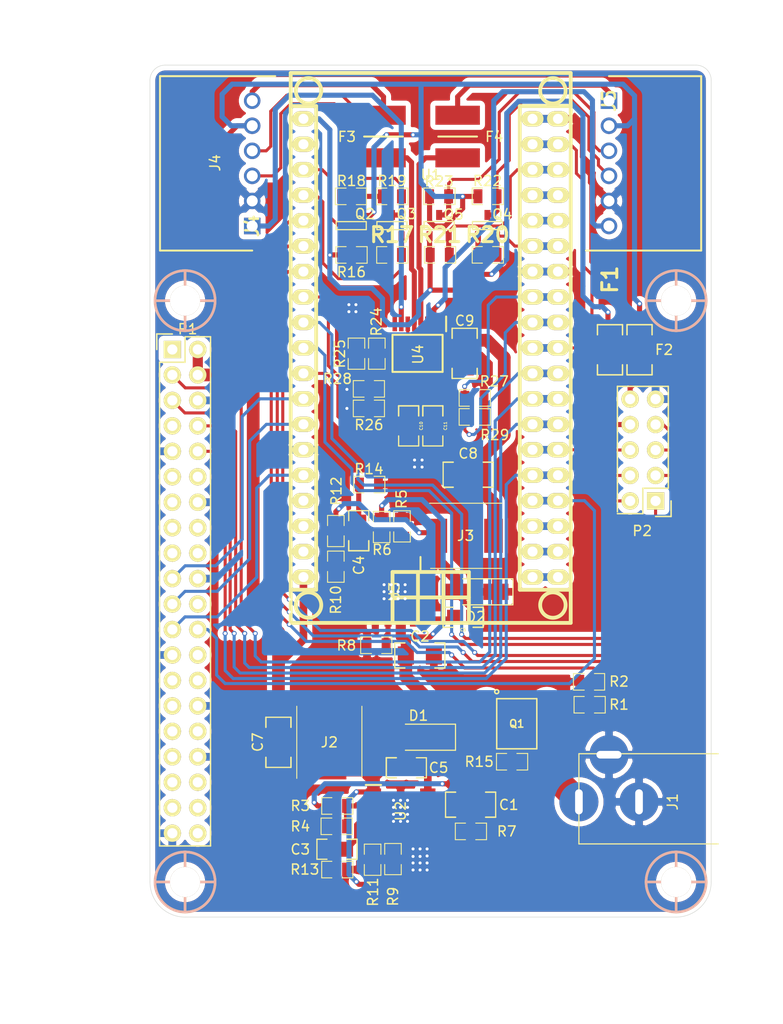
<source format=kicad_pcb>
(kicad_pcb (version 20171130) (host pcbnew 5.1.10-88a1d61d58~90~ubuntu20.04.1)
  (layers (0 F.Cu signal) (31 B.Cu signal) (34 B.Paste user) (35 F.Paste user) (36 B.SilkS user) (37 F.SilkS user) (38 B.Mask user) (39 F.Mask user) (44 Edge.Cuts user))
  (net 0 "")
  (net 1 GND)
  (net 2 "/Power Part/OUT_BAT")
  (net 3 "Net-(C3-Pad2)")
  (net 4 "Net-(C3-Pad1)")
  (net 5 "Net-(C4-Pad2)")
  (net 6 "Net-(C4-Pad1)")
  (net 7 "Net-(C5-Pad2)")
  (net 8 "Net-(C5-Pad1)")
  (net 9 "Net-(C6-Pad2)")
  (net 10 "Net-(C6-Pad1)")
  (net 11 +5V)
  (net 12 "/Power Part/VM")
  (net 13 "Net-(C10-Pad2)")
  (net 14 "Net-(C11-Pad2)")
  (net 15 "/Logical Part/F+3.3V")
  (net 16 "/Power Part/AOUT1")
  (net 17 "Net-(F3-Pad2)")
  (net 18 "/Power Part/BOUT1")
  (net 19 "Net-(F4-Pad2)")
  (net 20 +BATT)
  (net 21 "/Power Part/AOUT2")
  (net 22 "/Power Part/BOUT2")
  (net 23 "/Logical Part/CS")
  (net 24 "/Logical Part/CLK")
  (net 25 "/Logical Part/MISO")
  (net 26 "/Logical Part/MOSI")
  (net 27 "/Logical Part/RXD")
  (net 28 "/Logical Part/TXD")
  (net 29 "/Logical Part/SCL")
  (net 30 "/Logical Part/SDA")
  (net 31 "/Logical Part/GPIO26")
  (net 32 "/Logical Part/GPIO0")
  (net 33 "Net-(Q1-Pad4)")
  (net 34 +3V3)
  (net 35 "Net-(R7-Pad1)")
  (net 36 "Net-(R8-Pad1)")
  (net 37 "Net-(R11-Pad2)")
  (net 38 "Net-(R10-Pad1)")
  (net 39 "Net-(R24-Pad1)")
  (net 40 "Net-(R25-Pad1)")
  (net 41 BIN2)
  (net 42 AIN2)
  (net 43 AIN1)
  (net 44 BIN1)
  (net 45 "Net-(R3-Pad2)")
  (net 46 "Net-(R5-Pad2)")
  (net 47 "/Power Part/A1")
  (net 48 "/Power Part/B1")
  (net 49 "/Power Part/A2")
  (net 50 "/Power Part/B2")
  (net 51 BO1)
  (net 52 AO1)
  (net 53 BO2)
  (net 54 AO2)
  (net 55 +5VF)
  (net 56 "/Logical Part/GPIO5")
  (net 57 "/Logical Part/GPIO32")
  (net 58 "/Logical Part/GPIO25")
  (net 59 "Net-(U1-Pad22)")
  (net 60 "Net-(U1-Pad21)")
  (net 61 "Net-(U1-Pad20)")
  (net 62 "/Logical Part/GPIO23")
  (net 63 "Net-(U1-Pad34)")
  (net 64 "Net-(U1-Pad35)")
  (net 65 "/Logical Part/GPIO35")
  (net 66 GPIO34)
  (module MacroLib:NodeMCU-ESP32 (layer F.Cu) (at 149.512 66.715)
    (fp_text reference U1 (at 0 -17.28) (layer F.SilkS))
    (fp_text value ESP32_NODEMCU)
    (pad 30 thru_hole oval (at 12.7 -2.54 90) (size 1.524 2.19964) (drill 1.00076) (layers *.Cu *.Mask F.SilkS) (net 42 AIN2))
    (pad 35 thru_hole oval (at 12.7 -15.24 90) (size 1.524 2.19964) (drill 1.00076) (layers *.Cu *.Mask F.SilkS) (net 64 "Net-(U1-Pad35)"))
    (pad 34 thru_hole oval (at 12.7 -12.7 90) (size 1.524 2.19964) (drill 1.00076) (layers *.Cu *.Mask F.SilkS) (net 63 "Net-(U1-Pad34)"))
    (pad 37 thru_hole oval (at 12.7 -20.32 90) (size 1.524 2.19964) (drill 1.00076) (layers *.Cu *.Mask F.SilkS) (net 62 "/Logical Part/GPIO23"))
    (pad 15 thru_hole oval (at 12.7 -7.62 90) (size 1.524 2.19964) (drill 1.00076) (layers *.Cu *.Mask F.SilkS) (net 1 GND))
    (pad 31 thru_hole oval (at 12.7 -5.08 90) (size 1.524 2.19964) (drill 1.00076) (layers *.Cu *.Mask F.SilkS) (net 43 AIN1))
    (pad 36 thru_hole oval (at 12.7 -17.78 90) (size 1.524 2.19964) (drill 1.00076) (layers *.Cu *.Mask F.SilkS) (net 54 AO2))
    (pad 33 thru_hole oval (at 12.7 -10.16 90) (size 1.524 2.19964) (drill 1.00076) (layers *.Cu *.Mask F.SilkS) (net 53 BO2))
    (pad 24 thru_hole oval (at 12.7 12.7 90) (size 1.524 2.19964) (drill 1.00076) (layers *.Cu *.Mask F.SilkS) (net 27 "/Logical Part/RXD"))
    (pad 29 thru_hole oval (at 12.7 0 90) (size 1.524 2.19964) (drill 1.00076) (layers *.Cu *.Mask F.SilkS) (net 56 "/Logical Part/GPIO5"))
    (pad 28 thru_hole oval (at 12.7 2.54 90) (size 1.524 2.19964) (drill 1.00076) (layers *.Cu *.Mask F.SilkS) (net 30 "/Logical Part/SDA"))
    (pad 27 thru_hole oval (at 12.7 5.08 90) (size 1.524 2.19964) (drill 1.00076) (layers *.Cu *.Mask F.SilkS) (net 29 "/Logical Part/SCL"))
    (pad 26 thru_hole oval (at 12.7 7.62 90) (size 1.524 2.19964) (drill 1.00076) (layers *.Cu *.Mask F.SilkS) (net 28 "/Logical Part/TXD"))
    (pad 25 thru_hole oval (at 12.7 10.16 90) (size 1.524 2.19964) (drill 1.00076) (layers *.Cu *.Mask F.SilkS) (net 32 "/Logical Part/GPIO0"))
    (pad 38 thru_hole oval (at 12.7 -22.86 90) (size 1.524 2.19964) (drill 1.00076) (layers *.Cu *.Mask F.SilkS) (net 1 GND))
    (pad 20 thru_hole oval (at 12.7 22.86 90) (size 1.524 2.19964) (drill 1.00076) (layers *.Cu *.Mask F.SilkS) (net 61 "Net-(U1-Pad20)"))
    (pad 21 thru_hole oval (at 12.7 20.32 90) (size 1.524 2.19964) (drill 1.00076) (layers *.Cu *.Mask F.SilkS) (net 60 "Net-(U1-Pad21)"))
    (pad 22 thru_hole oval (at 12.7 17.78 90) (size 1.524 2.19964) (drill 1.00076) (layers *.Cu *.Mask F.SilkS) (net 59 "Net-(U1-Pad22)"))
    (pad 23 thru_hole oval (at 12.7 15.24 90) (size 1.524 2.19964) (drill 1.00076) (layers *.Cu *.Mask F.SilkS) (net 23 "/Logical Part/CS"))
    (pad 17 thru_hole oval (at -12.7 15.24 90) (size 1.524 2.19964) (drill 1.00076) (layers *.Cu *.Mask F.SilkS))
    (pad 18 thru_hole oval (at -12.7 17.78 270) (size 1.524 2.19964) (drill 1.00076) (layers *.Cu *.Mask F.SilkS))
    (pad 19 thru_hole oval (at -12.7 20.32 90) (size 1.524 2.19964) (drill 1.00076) (layers *.Cu *.Mask F.SilkS))
    (pad 32 thru_hole oval (at -12.7 22.86 90) (size 1.524 2.19964) (drill 1.00076) (layers *.Cu *.Mask F.SilkS) (net 11 +5V))
    (pad 16 thru_hole oval (at -12.7 12.7 90) (size 1.524 2.19964) (drill 1.00076) (layers *.Cu *.Mask F.SilkS) (net 24 "/Logical Part/CLK"))
    (pad 9 thru_hole oval (at -12.7 -5.08 90) (size 1.524 2.19964) (drill 1.00076) (layers *.Cu *.Mask F.SilkS) (net 44 BIN1))
    (pad 8 thru_hole oval (at -12.7 -7.62 90) (size 1.524 2.19964) (drill 1.00076) (layers *.Cu *.Mask F.SilkS) (net 57 "/Logical Part/GPIO32"))
    (pad 7 thru_hole oval (at -12.7 -10.16 90) (size 1.524 2.19964) (drill 1.00076) (layers *.Cu *.Mask F.SilkS) (net 65 "/Logical Part/GPIO35"))
    (pad 4 thru_hole oval (at -12.7 -17.78 90) (size 1.524 2.19964) (drill 1.00076) (layers *.Cu *.Mask F.SilkS) (net 51 BO1))
    (pad 3 thru_hole oval (at -12.7 -20.32 90) (size 1.524 2.19964) (drill 1.00076) (layers *.Cu *.Mask F.SilkS))
    (pad 6 thru_hole oval (at -12.7 -12.7 90) (size 1.524 2.19964) (drill 1.00076) (layers *.Cu *.Mask F.SilkS) (net 66 GPIO34))
    (pad 5 thru_hole oval (at -12.7 -15.24 90) (size 1.524 2.19964) (drill 1.00076) (layers *.Cu *.Mask F.SilkS) (net 52 AO1))
    (pad 2 thru_hole oval (at -12.7 -22.86 90) (size 1.524 2.19964) (drill 1.00076) (layers *.Cu *.Mask F.SilkS) (net 34 +3V3))
    (pad 1 thru_hole oval (at -12.7 10.16 90) (size 1.524 2.19964) (drill 1.00076) (layers *.Cu *.Mask F.SilkS) (net 1 GND))
    (pad 14 thru_hole oval (at -12.7 7.62 90) (size 1.524 2.19964) (drill 1.00076) (layers *.Cu *.Mask F.SilkS) (net 25 "/Logical Part/MISO"))
    (pad 13 thru_hole oval (at -12.7 5.08 90) (size 1.524 2.19964) (drill 1.00076) (layers *.Cu *.Mask F.SilkS) (net 26 "/Logical Part/MOSI"))
    (pad 12 thru_hole oval (at -12.7 2.54 90) (size 1.524 2.19964) (drill 1.00076) (layers *.Cu *.Mask F.SilkS) (net 41 BIN2))
    (pad 11 thru_hole oval (at -12.7 0 90) (size 1.524 2.19964) (drill 1.00076) (layers *.Cu *.Mask F.SilkS) (net 31 "/Logical Part/GPIO26"))
    (pad 10 thru_hole oval (at -12.7 -2.54 90) (size 1.524 2.19964) (drill 1.00076) (layers *.Cu *.Mask F.SilkS) (net 58 "/Logical Part/GPIO25"))
    (pad 28 thru_hole oval (at 10.16 2.54 90) (size 1.524 2.19964) (drill 1.00076) (layers *.Cu *.Mask F.SilkS) (net 30 "/Logical Part/SDA"))
    (pad 23 thru_hole oval (at 10.16 15.24 90) (size 1.524 2.19964) (drill 1.00076) (layers *.Cu *.Mask F.SilkS) (net 23 "/Logical Part/CS"))
    (pad 22 thru_hole oval (at 10.16 17.78 90) (size 1.524 2.19964) (drill 1.00076) (layers *.Cu *.Mask F.SilkS) (net 59 "Net-(U1-Pad22)"))
    (pad 25 thru_hole oval (at 10.16 10.16 90) (size 1.524 2.19964) (drill 1.00076) (layers *.Cu *.Mask F.SilkS) (net 32 "/Logical Part/GPIO0"))
    (pad 27 thru_hole oval (at 10.16 5.08 90) (size 1.524 2.19964) (drill 1.00076) (layers *.Cu *.Mask F.SilkS) (net 29 "/Logical Part/SCL"))
    (pad 29 thru_hole oval (at 10.16 0 90) (size 1.524 2.19964) (drill 1.00076) (layers *.Cu *.Mask F.SilkS) (net 56 "/Logical Part/GPIO5"))
    (pad 21 thru_hole oval (at 10.16 20.32 90) (size 1.524 2.19964) (drill 1.00076) (layers *.Cu *.Mask F.SilkS) (net 60 "Net-(U1-Pad21)"))
    (pad 20 thru_hole oval (at 10.16 22.86 90) (size 1.524 2.19964) (drill 1.00076) (layers *.Cu *.Mask F.SilkS) (net 61 "Net-(U1-Pad20)"))
    (pad 33 thru_hole oval (at 10.16 -10.16 90) (size 1.524 2.19964) (drill 1.00076) (layers *.Cu *.Mask F.SilkS) (net 53 BO2))
    (pad 24 thru_hole oval (at 10.16 12.7 90) (size 1.524 2.19964) (drill 1.00076) (layers *.Cu *.Mask F.SilkS) (net 27 "/Logical Part/RXD"))
    (pad 35 thru_hole oval (at 10.16 -15.24 90) (size 1.524 2.19964) (drill 1.00076) (layers *.Cu *.Mask F.SilkS) (net 64 "Net-(U1-Pad35)"))
    (pad 30 thru_hole oval (at 10.16 -2.54 90) (size 1.524 2.19964) (drill 1.00076) (layers *.Cu *.Mask F.SilkS) (net 42 AIN2))
    (pad 34 thru_hole oval (at 10.16 -12.7 90) (size 1.524 2.19964) (drill 1.00076) (layers *.Cu *.Mask F.SilkS) (net 63 "Net-(U1-Pad34)"))
    (pad 37 thru_hole oval (at 10.16 -20.32 90) (size 1.524 2.19964) (drill 1.00076) (layers *.Cu *.Mask F.SilkS) (net 62 "/Logical Part/GPIO23"))
    (pad 15 thru_hole oval (at 10.16 -7.62 90) (size 1.524 2.19964) (drill 1.00076) (layers *.Cu *.Mask F.SilkS) (net 1 GND))
    (pad 38 thru_hole oval (at 10.16 -22.86 90) (size 1.524 2.19964) (drill 1.00076) (layers *.Cu *.Mask F.SilkS) (net 1 GND))
    (pad 26 thru_hole oval (at 10.16 7.62 90) (size 1.524 2.19964) (drill 1.00076) (layers *.Cu *.Mask F.SilkS) (net 28 "/Logical Part/TXD"))
    (pad 31 thru_hole oval (at 10.16 -5.08 90) (size 1.524 2.19964) (drill 1.00076) (layers *.Cu *.Mask F.SilkS) (net 43 AIN1))
    (pad 36 thru_hole oval (at 10.16 -17.78 90) (size 1.524 2.19964) (drill 1.00076) (layers *.Cu *.Mask F.SilkS) (net 54 AO2))
  )
  (module EESTN5:SOT23 (layer F.Cu) (at 141.581 54.514)
    (fp_text reference Q2 (at 1.369 -1.164) (layer F.SilkS))
    (fp_text value 2N7002 hide)
    (pad 3 smd rect (at 0.9525 1.05664) (size 0.59944 1.00076) (layers F.Cu F.Paste F.Mask) (net 51 BO1))
    (pad 2 smd rect (at 0 -1.05664) (size 0.59944 1.00076) (layers F.Cu F.Paste F.Mask) (net 48 "/Power Part/B1"))
    (pad 1 smd rect (at -0.9525 1.05664) (size 0.59944 1.00076) (layers F.Cu F.Paste F.Mask) (net 34 +3V3))
  )
  (module EESTN5:R_0805 (layer F.Cu) (at 141.581 57.435)
    (fp_text reference R16 (at 0.019 1.715) (layer F.SilkS))
    (fp_text value 10K hide)
    (pad 2 smd rect (at 0.9525 0) (size 0.889 1.397) (layers F.Cu F.Paste F.Mask) (net 51 BO1))
    (pad 1 smd rect (at -0.9525 0) (size 0.889 1.397) (layers F.Cu F.Paste F.Mask) (net 34 +3V3))
  )
  (module EESTN5:SOT23 (layer F.Cu) (at 145.645 54.514)
    (fp_text reference Q3 (at 1.455 -1.164) (layer F.SilkS))
    (fp_text value 2N7002 hide)
    (pad 3 smd rect (at 0.9525 1.05664) (size 0.59944 1.00076) (layers F.Cu F.Paste F.Mask) (net 52 AO1))
    (pad 2 smd rect (at 0 -1.05664) (size 0.59944 1.00076) (layers F.Cu F.Paste F.Mask) (net 47 "/Power Part/A1"))
    (pad 1 smd rect (at -0.9525 1.05664) (size 0.59944 1.00076) (layers F.Cu F.Paste F.Mask) (net 34 +3V3))
  )
  (module EESTN5:R_0805 (layer F.Cu) (at 145.645 57.435)
    (fp_text reference R17 (at 0 -2) (layer F.SilkS) (effects (font (size 1.5 1.5) (thickness 0.3))))
    (fp_text value 10K hide)
    (pad 2 smd rect (at 0.9525 0) (size 0.889 1.397) (layers F.Cu F.Paste F.Mask) (net 52 AO1))
    (pad 1 smd rect (at -0.9525 0) (size 0.889 1.397) (layers F.Cu F.Paste F.Mask) (net 34 +3V3))
  )
  (module EESTN5:R_0805 (layer F.Cu) (at 141.581 51.593 180)
    (fp_text reference R18 (at -0.019 1.543 180) (layer F.SilkS))
    (fp_text value 10K hide)
    (pad 2 smd rect (at 0.9525 0 180) (size 0.889 1.397) (layers F.Cu F.Paste F.Mask) (net 48 "/Power Part/B1"))
    (pad 1 smd rect (at -0.9525 0 180) (size 0.889 1.397) (layers F.Cu F.Paste F.Mask) (net 11 +5V))
  )
  (module EESTN5:R_0805 (layer F.Cu) (at 145.645 51.593)
    (fp_text reference R19 (at 0 -1.543) (layer F.SilkS))
    (fp_text value 10K hide)
    (pad 2 smd rect (at 0.9525 0) (size 0.889 1.397) (layers F.Cu F.Paste F.Mask) (net 47 "/Power Part/A1"))
    (pad 1 smd rect (at -0.9525 0) (size 0.889 1.397) (layers F.Cu F.Paste F.Mask) (net 11 +5V))
  )
  (module MacroLib:Jack_hembra_DC_barrel (layer F.Cu) (at 170.3 112 180)
    (fp_text reference J1 (at -3.35 0 90) (layer F.SilkS))
    (fp_text value Barrel_Jack_Switch)
    (pad 1 thru_hole oval (at 6 0 270) (size 3.9 3.9) (drill oval 2.5 0.762) (layers *.Cu *.Mask) (net 20 +BATT))
    (pad 3 thru_hole oval (at 3 4.7) (size 3.9 3.9) (drill oval 2.5 0.762) (layers *.Cu *.Mask) (net 1 GND))
    (pad 2 thru_hole oval (at 0 0 270) (size 3.9 3.9) (drill oval 2.5 0.762) (layers *.Cu *.Mask) (net 1 GND))
  )
  (module MacroLib:JST_XH_1X6 (layer F.Cu) (at 131.7 48.3 90)
    (fp_text reference J4 (at -6.25 0 90) (layer F.SilkS) (effects (font (size 1.27 1.27) (thickness 0.254))))
    (fp_text value M1 hide)
    (fp_text user %R (at 0.05 -3.7 90) (layer F.SilkS))
    (pad 1 thru_hole rect (at -6.25 0 90) (size 1.65 1.65) (drill 1.1) (layers *.Cu *.Mask) (net 18 "/Power Part/BOUT1"))
    (pad 2 thru_hole circle (at -3.75 0 90) (size 1.65 1.65) (drill 1.1) (layers *.Cu *.Mask) (net 1 GND))
    (pad 3 thru_hole circle (at -1.25 0 90) (size 1.65 1.65) (drill 1.1) (layers *.Cu *.Mask) (net 48 "/Power Part/B1"))
    (pad 4 thru_hole circle (at 1.25 0 90) (size 1.65 1.65) (drill 1.1) (layers *.Cu *.Mask) (net 47 "/Power Part/A1"))
    (pad 5 thru_hole circle (at 3.75 0 90) (size 1.65 1.65) (drill 1.1) (layers *.Cu *.Mask) (net 11 +5V))
    (pad 6 thru_hole circle (at 6.25 0 90) (size 1.65 1.65) (drill 1.1) (layers *.Cu *.Mask) (net 17 "Net-(F3-Pad2)"))
  )
  (module EESTN5:R_0805 (layer F.Cu) (at 153.875 73.6)
    (fp_text reference R29 (at 2.025 1.8) (layer F.SilkS))
    (fp_text value R hide)
    (pad 2 smd rect (at 0.9525 0) (size 0.889 1.397) (layers F.Cu F.Paste F.Mask) (net 1 GND))
    (pad 1 smd rect (at -0.9525 0) (size 0.889 1.397) (layers F.Cu F.Paste F.Mask) (net 42 AIN2))
  )
  (module EESTN5:R_0805 (layer F.Cu) (at 143.375 70.8 180)
    (fp_text reference R28 (at 3.175 1) (layer F.SilkS))
    (fp_text value R hide)
    (pad 2 smd rect (at 0.9525 0 180) (size 0.889 1.397) (layers F.Cu F.Paste F.Mask) (net 1 GND))
    (pad 1 smd rect (at -0.9525 0 180) (size 0.889 1.397) (layers F.Cu F.Paste F.Mask) (net 44 BIN1))
  )
  (module EESTN5:R_0805 (layer F.Cu) (at 153.875 71.7)
    (fp_text reference R27 (at 1.975 -1.65) (layer F.SilkS))
    (fp_text value R hide)
    (pad 2 smd rect (at 0.9525 0) (size 0.889 1.397) (layers F.Cu F.Paste F.Mask) (net 1 GND))
    (pad 1 smd rect (at -0.9525 0) (size 0.889 1.397) (layers F.Cu F.Paste F.Mask) (net 43 AIN1))
  )
  (module EESTN5:R_0805 (layer F.Cu) (at 143.375 72.75 180)
    (fp_text reference R26 (at 0.025 -1.65) (layer F.SilkS))
    (fp_text value R hide)
    (pad 2 smd rect (at 0.9525 0 180) (size 0.889 1.397) (layers F.Cu F.Paste F.Mask) (net 1 GND))
    (pad 1 smd rect (at -0.9525 0 180) (size 0.889 1.397) (layers F.Cu F.Paste F.Mask) (net 41 BIN2))
  )
  (module EESTN5:C_1206 (layer F.Cu) (at 153.254 79.363 180)
    (fp_text reference C8 (at 0.004 2.113) (layer F.SilkS))
    (fp_text value 10uF/16V hide)
    (pad 2 smd rect (at -1.397 0 180) (size 1.6002 1.8034) (layers F.Cu F.Paste F.Mask) (net 12 "/Power Part/VM"))
    (pad 1 smd rect (at 1.397 0 180) (size 1.6002 1.8034) (layers F.Cu F.Paste F.Mask) (net 1 GND))
  )
  (module EESTN5:C_1206 (layer F.Cu) (at 134.317 106.062 270)
    (fp_text reference C7 (at -0.012 2.067 90) (layer F.SilkS))
    (fp_text value 10uF/16V hide)
    (pad 2 smd rect (at -1.397 0 270) (size 1.6002 1.8034) (layers F.Cu F.Paste F.Mask) (net 11 +5V))
    (pad 1 smd rect (at 1.397 0 270) (size 1.6002 1.8034) (layers F.Cu F.Paste F.Mask) (net 1 GND))
  )
  (module EESTN5:C_1206 (layer F.Cu) (at 148.428 97.397)
    (fp_text reference C2 (at 0.022 -1.897) (layer F.SilkS))
    (fp_text value 10uF/50V hide)
    (pad 2 smd rect (at -1.397 0) (size 1.6002 1.8034) (layers F.Cu F.Paste F.Mask) (net 2 "/Power Part/OUT_BAT"))
    (pad 1 smd rect (at 1.397 0) (size 1.6002 1.8034) (layers F.Cu F.Paste F.Mask) (net 1 GND))
  )
  (module EESTN5:C_1206 (layer F.Cu) (at 153.494 112.285)
    (fp_text reference C1 (at 3.806 0.015 180) (layer F.SilkS))
    (fp_text value " 10uF/50V" hide)
    (pad 2 smd rect (at -1.397 0) (size 1.6002 1.8034) (layers F.Cu F.Paste F.Mask) (net 2 "/Power Part/OUT_BAT"))
    (pad 1 smd rect (at 1.397 0) (size 1.6002 1.8034) (layers F.Cu F.Paste F.Mask) (net 1 GND))
  )
  (module MacroLib:JST_XH_1X6 (layer F.Cu) (at 167.3 48.3 270)
    (fp_text reference J5 (at -6.25 0 90) (layer F.SilkS) (effects (font (size 1.27 1.27) (thickness 0.254))))
    (fp_text value M2 hide)
    (pad 1 thru_hole rect (at -6.25 0 270) (size 1.65 1.65) (drill 1.1) (layers *.Cu *.Mask) (net 19 "Net-(F4-Pad2)"))
    (pad 2 thru_hole circle (at -3.75 0 270) (size 1.65 1.65) (drill 1.1) (layers *.Cu *.Mask) (net 11 +5V))
    (pad 3 thru_hole circle (at -1.25 0 270) (size 1.65 1.65) (drill 1.1) (layers *.Cu *.Mask) (net 49 "/Power Part/A2"))
    (pad 4 thru_hole circle (at 1.25 0 270) (size 1.65 1.65) (drill 1.1) (layers *.Cu *.Mask) (net 50 "/Power Part/B2"))
    (pad 5 thru_hole circle (at 3.75 0 270) (size 1.65 1.65) (drill 1.1) (layers *.Cu *.Mask) (net 1 GND))
    (pad 6 thru_hole circle (at 6.25 0 270) (size 1.65 1.65) (drill 1.1) (layers *.Cu *.Mask) (net 16 "/Power Part/AOUT1"))
  )
  (module MacroLib:HTSSOP (layer F.Cu) (at 148.2 67.256 270)
    (fp_text reference U4 (at 0.1 -0.05 90) (layer F.SilkS))
    (fp_text value DRV8833)
    (pad 1 smd rect (at -2.938 -2.275) (size 0.45 1.475) (layers F.Cu F.Paste F.Mask) (net 12 "/Power Part/VM"))
    (pad 8 smd rect (at -2.938 2.275) (size 0.45 1.475) (layers F.Cu F.Paste F.Mask))
    (pad 15 smd rect (at 2.938 -1.625) (size 0.45 1.475) (layers F.Cu F.Paste F.Mask) (net 42 AIN2))
    (pad 10 smd rect (at 2.938 1.625) (size 0.45 1.475) (layers F.Cu F.Paste F.Mask) (net 41 BIN2))
    (pad 7 smd rect (at -2.938 1.625) (size 0.45 1.475) (layers F.Cu F.Paste F.Mask) (net 18 "/Power Part/BOUT1"))
    (pad 2 smd rect (at -2.938 -1.625) (size 0.45 1.475) (layers F.Cu F.Paste F.Mask) (net 16 "/Power Part/AOUT1"))
    (pad 13 smd rect (at 2.938 -0.325) (size 0.45 1.475) (layers F.Cu F.Paste F.Mask) (net 1 GND))
    (pad 16 smd rect (at 2.938 -2.275) (size 0.45 1.475) (layers F.Cu F.Paste F.Mask) (net 43 AIN1))
    (pad 9 smd rect (at 2.938 2.275) (size 0.45 1.475) (layers F.Cu F.Paste F.Mask) (net 44 BIN1))
    (pad 6 smd rect (at -2.938 0.975) (size 0.45 1.475) (layers F.Cu F.Paste F.Mask) (net 40 "Net-(R25-Pad1)"))
    (pad 5 smd rect (at -2.938 0.325) (size 0.45 1.475) (layers F.Cu F.Paste F.Mask) (net 22 "/Power Part/BOUT2"))
    (pad 4 smd rect (at -2.938 -0.325) (size 0.45 1.475) (layers F.Cu F.Paste F.Mask) (net 21 "/Power Part/AOUT2"))
    (pad 14 smd rect (at 2.938 -0.975) (size 0.45 1.475) (layers F.Cu F.Paste F.Mask) (net 14 "Net-(C11-Pad2)"))
    (pad 11 smd rect (at 2.938 0.975) (size 0.45 1.475) (layers F.Cu F.Paste F.Mask) (net 13 "Net-(C10-Pad2)"))
    (pad 12 smd rect (at 2.938 0.325) (size 0.45 1.475) (layers F.Cu F.Paste F.Mask) (net 12 "/Power Part/VM"))
    (pad 3 smd rect (at -2.938 -0.975) (size 0.45 1.475) (layers F.Cu F.Paste F.Mask) (net 39 "Net-(R24-Pad1)"))
  )
  (module MacroLib:SRP65404R7M (layer F.Cu) (at 153 85.459 180)
    (fp_text reference J3 (at 0 0) (layer F.SilkS))
    (fp_text value 4R7uH hide)
    (pad 1 smd rect (at -2.775 0 180) (size 1.85 3.4) (layers F.Cu F.Paste F.Mask) (net 12 "/Power Part/VM"))
    (pad 2 smd rect (at 2.775 0 180) (size 1.85 3.4) (layers F.Cu F.Paste F.Mask) (net 9 "Net-(C6-Pad2)"))
  )
  (module MacroLib:SRP65404R7M (layer F.Cu) (at 139.397 106.062 270)
    (fp_text reference J2 (at 0 0) (layer F.SilkS))
    (fp_text value 4R7uH hide)
    (pad 1 smd rect (at -2.775 0 270) (size 1.85 3.4) (layers F.Cu F.Paste F.Mask) (net 11 +5V))
    (pad 2 smd rect (at 2.775 0 270) (size 1.85 3.4) (layers F.Cu F.Paste F.Mask) (net 7 "Net-(C5-Pad2)"))
  )
  (module MacroLib:SOIC8E (layer F.Cu) (at 145.888 91.047 270)
    (fp_text reference U3 (at 0 0 90) (layer F.SilkS))
    (fp_text value MP1584)
    (pad 6 smd rect (at 2.712 0.635) (size 0.7 1.525) (layers F.Cu F.Paste F.Mask) (net 36 "Net-(R8-Pad1)"))
    (pad 7 smd rect (at 2.712 -0.635) (size 0.7 1.525) (layers F.Cu F.Paste F.Mask) (net 2 "/Power Part/OUT_BAT"))
    (pad 5 smd rect (at 2.712 1.905) (size 0.7 1.525) (layers F.Cu F.Paste F.Mask) (net 1 GND))
    (pad 4 smd rect (at -2.712 1.905) (size 0.7 1.525) (layers F.Cu F.Paste F.Mask) (net 38 "Net-(R10-Pad1)"))
    (pad 9 smd rect (at 0 0 270) (size 2.56 3.45) (layers F.Cu F.Paste F.Mask) (net 1 GND))
    (pad 1 smd rect (at -2.712 -1.905) (size 0.7 1.525) (layers F.Cu F.Paste F.Mask) (net 9 "Net-(C6-Pad2)"))
    (pad 3 smd rect (at -2.712 0.635) (size 0.7 1.525) (layers F.Cu F.Paste F.Mask) (net 5 "Net-(C4-Pad2)"))
    (pad 2 smd rect (at -2.712 -0.635) (size 0.7 1.525) (layers F.Cu F.Paste F.Mask) (net 46 "Net-(R5-Pad2)"))
    (pad 8 smd rect (at 2.712 -1.905) (size 0.7 1.525) (layers F.Cu F.Paste F.Mask) (net 10 "Net-(C6-Pad1)"))
  )
  (module MacroLib:SOIC8E (layer F.Cu) (at 146.509 112.92)
    (fp_text reference U2 (at 0 0 90) (layer F.SilkS))
    (fp_text value MP1584)
    (pad 6 smd rect (at 2.712 0.635 90) (size 0.7 1.525) (layers F.Cu F.Paste F.Mask) (net 35 "Net-(R7-Pad1)"))
    (pad 7 smd rect (at 2.712 -0.635 90) (size 0.7 1.525) (layers F.Cu F.Paste F.Mask) (net 2 "/Power Part/OUT_BAT"))
    (pad 5 smd rect (at 2.712 1.905 90) (size 0.7 1.525) (layers F.Cu F.Paste F.Mask) (net 1 GND))
    (pad 4 smd rect (at -2.712 1.905 90) (size 0.7 1.525) (layers F.Cu F.Paste F.Mask) (net 37 "Net-(R11-Pad2)"))
    (pad 9 smd rect (at 0 0) (size 2.56 3.45) (layers F.Cu F.Paste F.Mask) (net 1 GND))
    (pad 1 smd rect (at -2.712 -1.905 90) (size 0.7 1.525) (layers F.Cu F.Paste F.Mask) (net 7 "Net-(C5-Pad2)"))
    (pad 3 smd rect (at -2.712 0.635 90) (size 0.7 1.525) (layers F.Cu F.Paste F.Mask) (net 3 "Net-(C3-Pad2)"))
    (pad 2 smd rect (at -2.712 -0.635 90) (size 0.7 1.525) (layers F.Cu F.Paste F.Mask) (net 45 "Net-(R3-Pad2)"))
    (pad 8 smd rect (at 2.712 -1.905 90) (size 0.7 1.525) (layers F.Cu F.Paste F.Mask) (net 8 "Net-(C5-Pad1)"))
  )
  (module EESTN5:Pin_Header_Straight_2x20 (layer F.Cu) (at 123.73 66.87)
    (fp_text reference P1 (at 1.524 -2.032) (layer F.SilkS))
    (fp_text value CONN_02X20)
    (pad 1 thru_hole rect (at 0 0) (size 1.7272 1.7272) (drill 1.016) (layers *.Cu *.Mask F.SilkS))
    (pad 2 thru_hole oval (at 2.54 0) (size 1.7272 1.7272) (drill 1.016) (layers *.Cu *.Mask F.SilkS) (net 11 +5V))
    (pad 3 thru_hole oval (at 0 2.54) (size 1.7272 1.7272) (drill 1.016) (layers *.Cu *.Mask F.SilkS) (net 30 "/Logical Part/SDA"))
    (pad 4 thru_hole oval (at 2.54 2.54) (size 1.7272 1.7272) (drill 1.016) (layers *.Cu *.Mask F.SilkS) (net 11 +5V))
    (pad 5 thru_hole oval (at 0 5.08) (size 1.7272 1.7272) (drill 1.016) (layers *.Cu *.Mask F.SilkS) (net 29 "/Logical Part/SCL"))
    (pad 6 thru_hole oval (at 2.54 5.08) (size 1.7272 1.7272) (drill 1.016) (layers *.Cu *.Mask F.SilkS) (net 1 GND))
    (pad 7 thru_hole oval (at 0 7.62) (size 1.7272 1.7272) (drill 1.016) (layers *.Cu *.Mask F.SilkS))
    (pad 8 thru_hole oval (at 2.54 7.62) (size 1.7272 1.7272) (drill 1.016) (layers *.Cu *.Mask F.SilkS) (net 28 "/Logical Part/TXD"))
    (pad 9 thru_hole oval (at 0 10.16) (size 1.7272 1.7272) (drill 1.016) (layers *.Cu *.Mask F.SilkS) (net 1 GND))
    (pad 10 thru_hole oval (at 2.54 10.16) (size 1.7272 1.7272) (drill 1.016) (layers *.Cu *.Mask F.SilkS) (net 27 "/Logical Part/RXD"))
    (pad 11 thru_hole oval (at 0 12.7) (size 1.7272 1.7272) (drill 1.016) (layers *.Cu *.Mask F.SilkS))
    (pad 12 thru_hole oval (at 2.54 12.7) (size 1.7272 1.7272) (drill 1.016) (layers *.Cu *.Mask F.SilkS))
    (pad 13 thru_hole oval (at 0 15.24) (size 1.7272 1.7272) (drill 1.016) (layers *.Cu *.Mask F.SilkS))
    (pad 14 thru_hole oval (at 2.54 15.24) (size 1.7272 1.7272) (drill 1.016) (layers *.Cu *.Mask F.SilkS) (net 1 GND))
    (pad 15 thru_hole oval (at 0 17.78) (size 1.7272 1.7272) (drill 1.016) (layers *.Cu *.Mask F.SilkS))
    (pad 16 thru_hole oval (at 2.54 17.78) (size 1.7272 1.7272) (drill 1.016) (layers *.Cu *.Mask F.SilkS))
    (pad 17 thru_hole oval (at 0 20.32) (size 1.7272 1.7272) (drill 1.016) (layers *.Cu *.Mask F.SilkS))
    (pad 18 thru_hole oval (at 2.54 20.32) (size 1.7272 1.7272) (drill 1.016) (layers *.Cu *.Mask F.SilkS))
    (pad 19 thru_hole oval (at 0 22.86) (size 1.7272 1.7272) (drill 1.016) (layers *.Cu *.Mask F.SilkS) (net 26 "/Logical Part/MOSI"))
    (pad 20 thru_hole oval (at 2.54 22.86) (size 1.7272 1.7272) (drill 1.016) (layers *.Cu *.Mask F.SilkS) (net 1 GND))
    (pad 21 thru_hole oval (at 0 25.4) (size 1.7272 1.7272) (drill 1.016) (layers *.Cu *.Mask F.SilkS) (net 25 "/Logical Part/MISO"))
    (pad 22 thru_hole oval (at 2.54 25.4) (size 1.7272 1.7272) (drill 1.016) (layers *.Cu *.Mask F.SilkS))
    (pad 23 thru_hole oval (at 0 27.94) (size 1.7272 1.7272) (drill 1.016) (layers *.Cu *.Mask F.SilkS) (net 24 "/Logical Part/CLK"))
    (pad 24 thru_hole oval (at 2.54 27.94) (size 1.7272 1.7272) (drill 1.016) (layers *.Cu *.Mask F.SilkS) (net 23 "/Logical Part/CS"))
    (pad 25 thru_hole oval (at 0 30.48) (size 1.7272 1.7272) (drill 1.016) (layers *.Cu *.Mask F.SilkS) (net 1 GND))
    (pad 26 thru_hole oval (at 2.54 30.48) (size 1.7272 1.7272) (drill 1.016) (layers *.Cu *.Mask F.SilkS))
    (pad 27 thru_hole oval (at 0 33.02) (size 1.7272 1.7272) (drill 1.016) (layers *.Cu *.Mask F.SilkS))
    (pad 28 thru_hole oval (at 2.54 33.02) (size 1.7272 1.7272) (drill 1.016) (layers *.Cu *.Mask F.SilkS))
    (pad 29 thru_hole oval (at 0 35.56) (size 1.7272 1.7272) (drill 1.016) (layers *.Cu *.Mask F.SilkS))
    (pad 30 thru_hole oval (at 2.54 35.56) (size 1.7272 1.7272) (drill 1.016) (layers *.Cu *.Mask F.SilkS) (net 1 GND))
    (pad 31 thru_hole oval (at 0 38.1) (size 1.7272 1.7272) (drill 1.016) (layers *.Cu *.Mask F.SilkS))
    (pad 32 thru_hole oval (at 2.54 38.1) (size 1.7272 1.7272) (drill 1.016) (layers *.Cu *.Mask F.SilkS))
    (pad 33 thru_hole oval (at 0 40.64) (size 1.7272 1.7272) (drill 1.016) (layers *.Cu *.Mask F.SilkS))
    (pad 34 thru_hole oval (at 2.54 40.64) (size 1.7272 1.7272) (drill 1.016) (layers *.Cu *.Mask F.SilkS) (net 1 GND))
    (pad 35 thru_hole oval (at 0 43.18) (size 1.7272 1.7272) (drill 1.016) (layers *.Cu *.Mask F.SilkS))
    (pad 36 thru_hole oval (at 2.54 43.18) (size 1.7272 1.7272) (drill 1.016) (layers *.Cu *.Mask F.SilkS))
    (pad 37 thru_hole oval (at 0 45.72) (size 1.7272 1.7272) (drill 1.016) (layers *.Cu *.Mask F.SilkS))
    (pad 38 thru_hole oval (at 2.54 45.72) (size 1.7272 1.7272) (drill 1.016) (layers *.Cu *.Mask F.SilkS))
    (pad 39 thru_hole oval (at 0 48.26) (size 1.7272 1.7272) (drill 1.016) (layers *.Cu *.Mask F.SilkS) (net 1 GND))
    (pad 40 thru_hole oval (at 2.54 48.26) (size 1.7272 1.7272) (drill 1.016) (layers *.Cu *.Mask F.SilkS))
  )
  (module EESTN5:Separador_M3_10mm (layer F.Cu) (at 174 120)
    (fp_text reference J9 hide)
    (fp_text value Cable_PAD hide)
    (pad 1 thru_hole circle (at 0 0) (size 3 3) (drill 3) (layers *.Cu F.SilkS))
  )
  (module EESTN5:Separador_M3_10mm (layer F.Cu) (at 125 120)
    (fp_text reference J8 hide)
    (fp_text value Cable_PAD hide)
    (pad 1 thru_hole circle (at 0 0) (size 3 3) (drill 3) (layers *.Cu F.SilkS))
  )
  (module EESTN5:Separador_M3_10mm (layer F.Cu) (at 125 62)
    (fp_text reference J7 hide)
    (fp_text value Cable_PAD hide)
    (pad 1 thru_hole circle (at 0 0) (size 3 3) (drill 3) (layers *.Cu F.SilkS))
  )
  (module EESTN5:Separador_M3_10mm (layer F.Cu) (at 174 62)
    (fp_text reference J6 hide)
    (fp_text value Cable_PAD hide)
    (pad 1 thru_hole circle (at 0 0) (size 3 3) (drill 3) (layers *.Cu F.SilkS))
  )
  (module EESTN5:R_0805 (layer F.Cu) (at 142.104 67.256 270)
    (fp_text reference R25 (at 0.044 1.654 90) (layer F.SilkS))
    (fp_text value 0 hide)
    (pad 2 smd rect (at 0.9525 0 270) (size 0.889 1.397) (layers F.Cu F.Paste F.Mask) (net 1 GND))
    (pad 1 smd rect (at -0.9525 0 270) (size 0.889 1.397) (layers F.Cu F.Paste F.Mask) (net 40 "Net-(R25-Pad1)"))
  )
  (module EESTN5:R_0805 (layer F.Cu) (at 144.136 67.256 270)
    (fp_text reference R24 (at -3.156 0.036 90) (layer F.SilkS))
    (fp_text value 0 hide)
    (pad 2 smd rect (at 0.9525 0 270) (size 0.889 1.397) (layers F.Cu F.Paste F.Mask) (net 1 GND))
    (pad 1 smd rect (at -0.9525 0 270) (size 0.889 1.397) (layers F.Cu F.Paste F.Mask) (net 39 "Net-(R24-Pad1)"))
  )
  (module EESTN5:R_0805 (layer F.Cu) (at 150.352 51.585)
    (fp_text reference R23 (at -0.002 -1.485) (layer F.SilkS))
    (fp_text value 10K hide)
    (pad 2 smd rect (at 0.9525 0) (size 0.889 1.397) (layers F.Cu F.Paste F.Mask) (net 49 "/Power Part/A2"))
    (pad 1 smd rect (at -0.9525 0) (size 0.889 1.397) (layers F.Cu F.Paste F.Mask) (net 11 +5V))
  )
  (module EESTN5:R_0805 (layer F.Cu) (at 155.178 51.585)
    (fp_text reference R22 (at 0 -1.535) (layer F.SilkS))
    (fp_text value 10K hide)
    (pad 2 smd rect (at 0.9525 0) (size 0.889 1.397) (layers F.Cu F.Paste F.Mask) (net 50 "/Power Part/B2"))
    (pad 1 smd rect (at -0.9525 0) (size 0.889 1.397) (layers F.Cu F.Paste F.Mask) (net 11 +5V))
  )
  (module EESTN5:R_0805 (layer F.Cu) (at 150.4155 57.427)
    (fp_text reference R21 (at 0 -2) (layer F.SilkS) (effects (font (size 1.5 1.5) (thickness 0.3))))
    (fp_text value 10K hide)
    (pad 2 smd rect (at 0.9525 0) (size 0.889 1.397) (layers F.Cu F.Paste F.Mask) (net 54 AO2))
    (pad 1 smd rect (at -0.9525 0) (size 0.889 1.397) (layers F.Cu F.Paste F.Mask) (net 34 +3V3))
  )
  (module EESTN5:R_0805 (layer F.Cu) (at 155.178 57.427)
    (fp_text reference R20 (at 0 -2) (layer F.SilkS) (effects (font (size 1.5 1.5) (thickness 0.3))))
    (fp_text value 10K hide)
    (pad 2 smd rect (at 0.9525 0) (size 0.889 1.397) (layers F.Cu F.Paste F.Mask) (net 53 BO2))
    (pad 1 smd rect (at -0.9525 0) (size 0.889 1.397) (layers F.Cu F.Paste F.Mask) (net 34 +3V3))
  )
  (module EESTN5:R_0805 (layer F.Cu) (at 157.6 108)
    (fp_text reference R15 (at -3.25 0) (layer F.SilkS))
    (fp_text value 100K hide)
    (pad 2 smd rect (at 0.9525 0) (size 0.889 1.397) (layers F.Cu F.Paste F.Mask) (net 1 GND))
    (pad 1 smd rect (at -0.9525 0) (size 0.889 1.397) (layers F.Cu F.Paste F.Mask) (net 33 "Net-(Q1-Pad4)"))
  )
  (module EESTN5:R_0805 (layer F.Cu) (at 143.35 80.35)
    (fp_text reference R14 (at 0 -1.55) (layer F.SilkS))
    (fp_text value 100k hide)
    (pad 2 smd rect (at 0.9525 0) (size 0.889 1.397) (layers F.Cu F.Paste F.Mask) (net 1 GND))
    (pad 1 smd rect (at -0.9525 0) (size 0.889 1.397) (layers F.Cu F.Paste F.Mask) (net 6 "Net-(C4-Pad1)"))
  )
  (module EESTN5:R_0805 (layer F.Cu) (at 140.159 118.762)
    (fp_text reference R13 (at -3.209 -0.012) (layer F.SilkS))
    (fp_text value 100K hide)
    (pad 2 smd rect (at 0.9525 0) (size 0.889 1.397) (layers F.Cu F.Paste F.Mask) (net 1 GND))
    (pad 1 smd rect (at -0.9525 0) (size 0.889 1.397) (layers F.Cu F.Paste F.Mask) (net 4 "Net-(C3-Pad1)"))
  )
  (module EESTN5:R_0805 (layer F.Cu) (at 140.046 84.951 270)
    (fp_text reference R12 (at -3.951 -0.054 90) (layer F.SilkS))
    (fp_text value Rset hide)
    (pad 2 smd rect (at 0.9525 0 270) (size 0.889 1.397) (layers F.Cu F.Paste F.Mask) (net 38 "Net-(R10-Pad1)"))
    (pad 1 smd rect (at -0.9525 0 270) (size 0.889 1.397) (layers F.Cu F.Paste F.Mask) (net 9 "Net-(C6-Pad2)"))
  )
  (module EESTN5:R_0805 (layer F.Cu) (at 145.747 117.746 90)
    (fp_text reference R11 (at -3.254 -1.997 270) (layer F.SilkS))
    (fp_text value 210K hide)
    (pad 2 smd rect (at 0.9525 0 90) (size 0.889 1.397) (layers F.Cu F.Paste F.Mask) (net 37 "Net-(R11-Pad2)"))
    (pad 1 smd rect (at -0.9525 0 90) (size 0.889 1.397) (layers F.Cu F.Paste F.Mask) (net 7 "Net-(C5-Pad2)"))
  )
  (module EESTN5:R_0805 (layer F.Cu) (at 140.046 88.507 270)
    (fp_text reference R10 (at 3.343 -0.004 90) (layer F.SilkS))
    (fp_text value 40,2K hide)
    (pad 2 smd rect (at 0.9525 0 270) (size 0.889 1.397) (layers F.Cu F.Paste F.Mask) (net 1 GND))
    (pad 1 smd rect (at -0.9525 0 270) (size 0.889 1.397) (layers F.Cu F.Paste F.Mask) (net 38 "Net-(R10-Pad1)"))
  )
  (module EESTN5:R_0805 (layer F.Cu) (at 143.715 117.746 270)
    (fp_text reference R9 (at 3.704 -2.035 90) (layer F.SilkS))
    (fp_text value 40,2K hide)
    (pad 2 smd rect (at 0.9525 0 270) (size 0.889 1.397) (layers F.Cu F.Paste F.Mask) (net 1 GND))
    (pad 1 smd rect (at -0.9525 0 270) (size 0.889 1.397) (layers F.Cu F.Paste F.Mask) (net 37 "Net-(R11-Pad2)"))
  )
  (module EESTN5:R_0805 (layer F.Cu) (at 144.11 96.381 180)
    (fp_text reference R8 (at 3.01 -0.019) (layer F.SilkS))
    (fp_text value 100K hide)
    (pad 2 smd rect (at 0.9525 0 180) (size 0.889 1.397) (layers F.Cu F.Paste F.Mask) (net 1 GND))
    (pad 1 smd rect (at -0.9525 0 180) (size 0.889 1.397) (layers F.Cu F.Paste F.Mask) (net 36 "Net-(R8-Pad1)"))
  )
  (module EESTN5:R_0805 (layer F.Cu) (at 153.494 114.952)
    (fp_text reference R7 (at 3.606 -0.002) (layer F.SilkS))
    (fp_text value 100K hide)
    (pad 2 smd rect (at 0.9525 0) (size 0.889 1.397) (layers F.Cu F.Paste F.Mask) (net 1 GND))
    (pad 1 smd rect (at -0.9525 0) (size 0.889 1.397) (layers F.Cu F.Paste F.Mask) (net 35 "Net-(R7-Pad1)"))
  )
  (module EESTN5:R_0805 (layer F.Cu) (at 146.65 84.551 90)
    (fp_text reference R6 (at -2.299 -2 180) (layer F.SilkS))
    (fp_text value 24,9K hide)
    (pad 2 smd rect (at 0.9525 0 90) (size 0.889 1.397) (layers F.Cu F.Paste F.Mask) (net 1 GND))
    (pad 1 smd rect (at -0.9525 0 90) (size 0.889 1.397) (layers F.Cu F.Paste F.Mask) (net 46 "Net-(R5-Pad2)"))
  )
  (module EESTN5:R_0805 (layer F.Cu) (at 144.618 84.551 270)
    (fp_text reference R5 (at -2.751 -1.982 90) (layer F.SilkS))
    (fp_text value 100K hide)
    (pad 2 smd rect (at 0.9525 0 270) (size 0.889 1.397) (layers F.Cu F.Paste F.Mask) (net 46 "Net-(R5-Pad2)"))
    (pad 1 smd rect (at -0.9525 0 270) (size 0.889 1.397) (layers F.Cu F.Paste F.Mask) (net 2 "/Power Part/OUT_BAT"))
  )
  (module EESTN5:R_0805 (layer F.Cu) (at 140.159 114.444 180)
    (fp_text reference R4 (at 3.659 -0.006 180) (layer F.SilkS))
    (fp_text value 24,9K hide)
    (pad 2 smd rect (at 0.9525 0 180) (size 0.889 1.397) (layers F.Cu F.Paste F.Mask) (net 1 GND))
    (pad 1 smd rect (at -0.9525 0 180) (size 0.889 1.397) (layers F.Cu F.Paste F.Mask) (net 45 "Net-(R3-Pad2)"))
  )
  (module EESTN5:R_0805 (layer F.Cu) (at 140.159 112.412)
    (fp_text reference R3 (at -3.659 -0.012 180) (layer F.SilkS))
    (fp_text value 100K hide)
    (pad 2 smd rect (at 0.9525 0) (size 0.889 1.397) (layers F.Cu F.Paste F.Mask) (net 45 "Net-(R3-Pad2)"))
    (pad 1 smd rect (at -0.9525 0) (size 0.889 1.397) (layers F.Cu F.Paste F.Mask) (net 2 "/Power Part/OUT_BAT"))
  )
  (module EESTN5:R_0805 (layer F.Cu) (at 165.341 100.029 180)
    (fp_text reference R2 (at -2.959 0.029) (layer F.SilkS))
    (fp_text value R hide)
    (pad 2 smd rect (at 0.9525 0 180) (size 0.889 1.397) (layers F.Cu F.Paste F.Mask) (net 1 GND))
    (pad 1 smd rect (at -0.9525 0 180) (size 0.889 1.397) (layers F.Cu F.Paste F.Mask) (net 66 GPIO34))
  )
  (module EESTN5:R_0805 (layer F.Cu) (at 165.341 102.315)
    (fp_text reference R1 (at 2.959 -0.015) (layer F.SilkS))
    (fp_text value R hide)
    (pad 2 smd rect (at 0.9525 0) (size 0.889 1.397) (layers F.Cu F.Paste F.Mask) (net 66 GPIO34))
    (pad 1 smd rect (at -0.9525 0) (size 0.889 1.397) (layers F.Cu F.Paste F.Mask) (net 20 +BATT))
  )
  (module EESTN5:SOT23 (layer F.Cu) (at 150.352 54.506)
    (fp_text reference Q5 (at 1.448 -1.106) (layer F.SilkS))
    (fp_text value 2N7002 hide)
    (pad 3 smd rect (at 0.9525 1.05664) (size 0.59944 1.00076) (layers F.Cu F.Paste F.Mask) (net 54 AO2))
    (pad 2 smd rect (at 0 -1.05664) (size 0.59944 1.00076) (layers F.Cu F.Paste F.Mask) (net 49 "/Power Part/A2"))
    (pad 1 smd rect (at -0.9525 1.05664) (size 0.59944 1.00076) (layers F.Cu F.Paste F.Mask) (net 34 +3V3))
  )
  (module EESTN5:SOT23 (layer F.Cu) (at 155.178 54.506)
    (fp_text reference Q4 (at 1.472 -1.106) (layer F.SilkS))
    (fp_text value 2N7002 hide)
    (pad 3 smd rect (at 0.9525 1.05664) (size 0.59944 1.00076) (layers F.Cu F.Paste F.Mask) (net 53 BO2))
    (pad 2 smd rect (at 0 -1.05664) (size 0.59944 1.00076) (layers F.Cu F.Paste F.Mask) (net 50 "/Power Part/B2"))
    (pad 1 smd rect (at -0.9525 1.05664) (size 0.59944 1.00076) (layers F.Cu F.Paste F.Mask) (net 34 +3V3))
  )
  (module MacroLib:SSOP-8 (layer F.Cu) (at 158.1 104.21 270)
    (fp_text reference Q1 (at 0 0 180) (layer F.SilkS) (effects (font (size 0.7493 0.7493) (thickness 0.14986))))
    (fp_text value SI4835DDY-T1-GE3 hide)
    (pad 8 smd rect (at -1.905 -3 90) (size 0.7112 2) (layers F.Cu F.Paste F.Mask) (net 20 +BATT))
    (pad 7 smd rect (at -0.635 -3 90) (size 0.7112 2) (layers F.Cu F.Paste F.Mask) (net 20 +BATT))
    (pad 6 smd rect (at 0.635 -3 90) (size 0.7112 2) (layers F.Cu F.Paste F.Mask) (net 20 +BATT))
    (pad 5 smd rect (at 1.905 -3 90) (size 0.7112 2) (layers F.Cu F.Paste F.Mask) (net 20 +BATT))
    (pad 4 smd rect (at 1.905 3 270) (size 0.7112 2) (layers F.Cu F.Paste F.Mask) (net 33 "Net-(Q1-Pad4)"))
    (pad 3 smd rect (at 0.635 3 270) (size 0.7112 2) (layers F.Cu F.Paste F.Mask) (net 2 "/Power Part/OUT_BAT"))
    (pad 2 smd rect (at -0.635 3 270) (size 0.7112 2) (layers F.Cu F.Paste F.Mask) (net 2 "/Power Part/OUT_BAT"))
    (pad 1 smd rect (at -1.905 3 270) (size 0.7112 2) (layers F.Cu F.Paste F.Mask) (net 2 "/Power Part/OUT_BAT"))
  )
  (module MacroLib:Pin_strip_02x05 (layer F.Cu) (at 170.68 76.8365 180)
    (fp_text reference P2 (at 0.0635 -8.136) (layer F.SilkS))
    (fp_text value CONN_02X05)
    (pad 10 thru_hole oval (at 1.27 5.0165 180) (size 1.7272 1.7272) (drill 1.016) (layers *.Cu *.Mask F.SilkS) (net 55 +5VF))
    (pad 9 thru_hole oval (at -1.27 5.0165 180) (size 1.7272 1.7272) (drill 1.016) (layers *.Cu *.Mask F.SilkS) (net 1 GND))
    (pad 8 thru_hole oval (at 1.27 2.4765 180) (size 1.7272 1.7272) (drill 1.016) (layers *.Cu *.Mask F.SilkS) (net 15 "/Logical Part/F+3.3V"))
    (pad 7 thru_hole oval (at -1.27 2.4765 180) (size 1.7272 1.7272) (drill 1.016) (layers *.Cu *.Mask F.SilkS) (net 65 "/Logical Part/GPIO35"))
    (pad 6 thru_hole oval (at 1.27 -0.0635 180) (size 1.7272 1.7272) (drill 1.016) (layers *.Cu *.Mask F.SilkS) (net 62 "/Logical Part/GPIO23"))
    (pad 5 thru_hole oval (at -1.27 -0.0635 180) (size 1.7272 1.7272) (drill 1.016) (layers *.Cu *.Mask F.SilkS) (net 57 "/Logical Part/GPIO32"))
    (pad 4 thru_hole oval (at 1.27 -2.6035 180) (size 1.7272 1.7272) (drill 1.016) (layers *.Cu *.Mask F.SilkS) (net 56 "/Logical Part/GPIO5"))
    (pad 3 thru_hole oval (at -1.27 -2.6035 180) (size 1.7272 1.7272) (drill 1.016) (layers *.Cu *.Mask F.SilkS) (net 31 "/Logical Part/GPIO26"))
    (pad 2 thru_hole oval (at 1.27 -5.1435 180) (size 1.7272 1.7272) (drill 1.016) (layers *.Cu *.Mask F.SilkS) (net 32 "/Logical Part/GPIO0"))
    (pad 1 thru_hole rect (at -1.27 -5.1435 180) (size 1.7272 1.7272) (drill 1.016) (layers *.Cu *.Mask F.SilkS) (net 58 "/Logical Part/GPIO25"))
  )
  (module MacroLib:FUSC5141X200N (layer F.Cu) (at 152.2 45.625 90)
    (fp_text reference F4 (at -0.025 3.65) (layer F.SilkS))
    (fp_text value "FUSE 2A" hide)
    (pad 1 smd rect (at -2.125 0 90) (size 1.9 4.44) (layers F.Cu F.Paste F.Mask) (net 21 "/Power Part/AOUT2"))
    (pad 2 smd rect (at 2.125 0 90) (size 1.9 4.44) (layers F.Cu F.Paste F.Mask) (net 19 "Net-(F4-Pad2)"))
  )
  (module MacroLib:FUSC5141X200N (layer F.Cu) (at 144.8 45.625 90)
    (fp_text reference F3 (at -0.025 -3.65) (layer F.SilkS))
    (fp_text value "FUSE 2A" hide)
    (pad 1 smd rect (at -2.125 0 90) (size 1.9 4.44) (layers F.Cu F.Paste F.Mask) (net 22 "/Power Part/BOUT2"))
    (pad 2 smd rect (at 2.125 0 90) (size 1.9 4.44) (layers F.Cu F.Paste F.Mask) (net 17 "Net-(F3-Pad2)"))
  )
  (module EESTN5:R_1206 (layer F.Cu) (at 170.35 66.897 90)
    (fp_text reference F2 (at -0.003 2.45 180) (layer F.SilkS))
    (fp_text value "FUSE 0,5A" hide)
    (pad 2 smd rect (at -1.397 0 90) (size 1.6002 1.8034) (layers F.Cu F.Paste F.Mask) (net 55 +5VF))
    (pad 1 smd rect (at 1.397 0 90) (size 1.6002 1.8034) (layers F.Cu F.Paste F.Mask) (net 11 +5V))
  )
  (module EESTN5:R_1206 (layer F.Cu) (at 167.4 66.9 270)
    (fp_text reference F1 (at -7 0 90) (layer F.SilkS) (effects (font (size 1.5 1.5) (thickness 0.3))))
    (fp_text value "FUSE 0,5A" hide)
    (pad 2 smd rect (at -1.397 0 270) (size 1.6002 1.8034) (layers F.Cu F.Paste F.Mask) (net 34 +3V3))
    (pad 1 smd rect (at 1.397 0 270) (size 1.6002 1.8034) (layers F.Cu F.Paste F.Mask) (net 15 "/Logical Part/F+3.3V"))
  )
  (module MacroLib:DO-214AB (layer F.Cu) (at 154.016 91.047 180)
    (fp_text reference D2 (at 0 -2.5) (layer F.SilkS))
    (fp_text value SS34)
    (pad 2 smd rect (at 2 0 180) (size 2.5 1.62) (layers F.Cu F.Paste F.Mask) (net 9 "Net-(C6-Pad2)"))
    (pad 1 smd rect (at -2 0 180) (size 2.5 1.62) (layers F.Cu F.Paste F.Mask) (net 1 GND))
  )
  (module MacroLib:DO-214AB (layer F.Cu) (at 148.287 105.554 180)
    (fp_text reference D1 (at 0 2.154 180) (layer F.SilkS))
    (fp_text value SS34)
    (pad 2 smd rect (at 2 0 180) (size 2.5 1.62) (layers F.Cu F.Paste F.Mask) (net 7 "Net-(C5-Pad2)"))
    (pad 1 smd rect (at -2 0 180) (size 2.5 1.62) (layers F.Cu F.Paste F.Mask) (net 1 GND))
  )
  (module EESTN5:C_0805 (layer F.Cu) (at 149.724 74.495 270)
    (fp_text reference C11 (at 0 -1.25 90) (layer F.SilkS) (effects (font (size 0.29972 0.29972) (thickness 0.06096))))
    (fp_text value 2.2uF hide)
    (pad 2 smd rect (at -0.9525 0 270) (size 1.30048 1.4986) (layers F.Cu F.Paste F.Mask) (net 14 "Net-(C11-Pad2)"))
    (pad 1 smd rect (at 0.9525 0 270) (size 1.30048 1.4986) (layers F.Cu F.Paste F.Mask) (net 1 GND))
  )
  (module EESTN5:C_0805 (layer F.Cu) (at 147.311 74.495 270)
    (fp_text reference C10 (at 0 -1.25 90) (layer F.SilkS) (effects (font (size 0.29972 0.29972) (thickness 0.06096))))
    (fp_text value 10nF hide)
    (pad 2 smd rect (at -0.9525 0 270) (size 1.30048 1.4986) (layers F.Cu F.Paste F.Mask) (net 13 "Net-(C10-Pad2)"))
    (pad 1 smd rect (at 0.9525 0 270) (size 1.30048 1.4986) (layers F.Cu F.Paste F.Mask) (net 12 "/Power Part/VM"))
  )
  (module EESTN5:C_1206 (layer F.Cu) (at 152.899 67.256 90)
    (fp_text reference C9 (at 3.256 0.001 180) (layer F.SilkS))
    (fp_text value 10uF hide)
    (pad 2 smd rect (at -1.397 0 90) (size 1.6002 1.8034) (layers F.Cu F.Paste F.Mask) (net 1 GND))
    (pad 1 smd rect (at 1.397 0 90) (size 1.6002 1.8034) (layers F.Cu F.Paste F.Mask) (net 12 "/Power Part/VM"))
  )
  (module EESTN5:C_0805 (layer F.Cu) (at 152.746 93.587 180)
    (fp_text reference C6 (at 0 -1.25) (layer F.SilkS) (effects (font (size 0.29972 0.29972) (thickness 0.06096))))
    (fp_text value 100nF hide)
    (pad 2 smd rect (at -0.9525 0 180) (size 1.30048 1.4986) (layers F.Cu F.Paste F.Mask) (net 9 "Net-(C6-Pad2)"))
    (pad 1 smd rect (at 0.9525 0 180) (size 1.30048 1.4986) (layers F.Cu F.Paste F.Mask) (net 10 "Net-(C6-Pad1)"))
  )
  (module EESTN5:C_0805 (layer F.Cu) (at 147.0805 108.602)
    (fp_text reference C5 (at 3.2195 -0.002 180) (layer F.SilkS))
    (fp_text value 100nF hide)
    (pad 2 smd rect (at -0.9525 0) (size 1.30048 1.4986) (layers F.Cu F.Paste F.Mask) (net 7 "Net-(C5-Pad2)"))
    (pad 1 smd rect (at 0.9525 0) (size 1.30048 1.4986) (layers F.Cu F.Paste F.Mask) (net 8 "Net-(C5-Pad1)"))
  )
  (module EESTN5:C_0805 (layer F.Cu) (at 142.332 84.951 90)
    (fp_text reference C4 (at -3.449 0.018 90) (layer F.SilkS))
    (fp_text value 150pF hide)
    (pad 2 smd rect (at -0.9525 0 90) (size 1.30048 1.4986) (layers F.Cu F.Paste F.Mask) (net 5 "Net-(C4-Pad2)"))
    (pad 1 smd rect (at 0.9525 0 90) (size 1.30048 1.4986) (layers F.Cu F.Paste F.Mask) (net 6 "Net-(C4-Pad1)"))
  )
  (module EESTN5:C_0805 (layer F.Cu) (at 140.159 116.73 180)
    (fp_text reference C3 (at 3.659 -0.02 180) (layer F.SilkS))
    (fp_text value 150pF hide)
    (pad 2 smd rect (at -0.9525 0 180) (size 1.30048 1.4986) (layers F.Cu F.Paste F.Mask) (net 3 "Net-(C3-Pad2)"))
    (pad 1 smd rect (at 0.9525 0 180) (size 1.30048 1.4986) (layers F.Cu F.Paste F.Mask) (net 4 "Net-(C3-Pad1)"))
  )
  (gr_arc (start 176 40) (end 177.5 40) (angle -90) (layer Edge.Cuts) (width 0.05))
  (gr_line (start 123 38.5) (end 176 38.5) (layer Edge.Cuts) (width 0.05))
  (gr_arc (start 123 40) (end 123 38.5) (angle -90) (layer Edge.Cuts) (width 0.05))
  (gr_arc (start 174 120) (end 174 123.5) (angle -90) (layer Edge.Cuts) (width 0.05))
  (gr_arc (start 125 120) (end 121.5 120) (angle -90) (layer Edge.Cuts) (width 0.05))
  (gr_line (start 177.5 120) (end 177.5 40) (layer Edge.Cuts) (width 0.05))
  (gr_line (start 125 123.5) (end 174 123.5) (layer Edge.Cuts) (width 0.05))
  (gr_line (start 121.5 40) (end 121.5 120) (layer Edge.Cuts) (width 0.05))
  (via (at 146.258 91.738) (size 0.4) (drill 0.3) (layers F.Cu B.Cu) (net 1))
  (via (at 145.558 90.338) (size 0.4) (drill 0.3) (layers F.Cu B.Cu) (net 1))
  (via (at 144.858 91.038) (size 0.4) (drill 0.3) (layers F.Cu B.Cu) (net 1))
  (via (at 145.558 91.038) (size 0.4) (drill 0.3) (layers F.Cu B.Cu) (net 1))
  (via (at 144.858 90.338) (size 0.4) (drill 0.3) (layers F.Cu B.Cu) (net 1))
  (via (at 146.958 91.738) (size 0.4) (drill 0.3) (layers F.Cu B.Cu) (net 1))
  (via (at 146.258 90.338) (size 0.4) (drill 0.3) (layers F.Cu B.Cu) (net 1))
  (via (at 146.958 90.338) (size 0.4) (drill 0.3) (layers F.Cu B.Cu) (net 1))
  (via (at 145.558 91.738) (size 0.4) (drill 0.3) (layers F.Cu B.Cu) (net 1))
  (via (at 146.258 91.038) (size 0.4) (drill 0.3) (layers F.Cu B.Cu) (net 1))
  (via (at 146.958 91.038) (size 0.4) (drill 0.3) (layers F.Cu B.Cu) (net 1))
  (via (at 144.858 91.738) (size 0.4) (drill 0.3) (layers F.Cu B.Cu) (net 1))
  (via (at 147.2 113.95) (size 0.4) (drill 0.3) (layers F.Cu B.Cu) (net 1))
  (via (at 146.5 113.95) (size 0.4) (drill 0.3) (layers F.Cu B.Cu) (net 1))
  (via (at 145.8 113.95) (size 0.4) (drill 0.3) (layers F.Cu B.Cu) (net 1))
  (via (at 145.8 113.25) (size 0.4) (drill 0.3) (layers F.Cu B.Cu) (net 1))
  (via (at 146.5 113.25) (size 0.4) (drill 0.3) (layers F.Cu B.Cu) (net 1))
  (via (at 147.2 113.25) (size 0.4) (drill 0.3) (layers F.Cu B.Cu) (net 1))
  (via (at 145.8 112.55) (size 0.4) (drill 0.3) (layers F.Cu B.Cu) (net 1))
  (via (at 146.5 112.55) (size 0.4) (drill 0.3) (layers F.Cu B.Cu) (net 1))
  (via (at 147.2 112.55) (size 0.4) (drill 0.3) (layers F.Cu B.Cu) (net 1))
  (via (at 146.5 111.85) (size 0.4) (drill 0.3) (layers F.Cu B.Cu) (net 1))
  (via (at 145.8 111.85) (size 0.4) (drill 0.3) (layers F.Cu B.Cu) (net 1))
  (via (at 147.2 111.85) (size 0.4) (drill 0.3) (layers F.Cu B.Cu) (net 1))
  (via (at 149.15 116.7) (size 0.4) (drill 0.3) (layers F.Cu B.Cu) (net 1))
  (via (at 149.15 117.4) (size 0.4) (drill 0.3) (layers F.Cu B.Cu) (net 1))
  (via (at 149.15 118.1) (size 0.4) (drill 0.3) (layers F.Cu B.Cu) (net 1))
  (via (at 148.45 117.45) (size 0.4) (drill 0.3) (layers F.Cu B.Cu) (net 1))
  (via (at 148.45 118.1) (size 0.4) (drill 0.3) (layers F.Cu B.Cu) (net 1))
  (via (at 147.75 117.45) (size 0.4) (drill 0.3) (layers F.Cu B.Cu) (net 1))
  (via (at 147.75 118.1) (size 0.4) (drill 0.3) (layers F.Cu B.Cu) (net 1))
  (via (at 148.45 118.8) (size 0.4) (drill 0.3) (layers F.Cu B.Cu) (net 1))
  (via (at 147.75 118.8) (size 0.4) (drill 0.3) (layers F.Cu B.Cu) (net 1))
  (via (at 147.75 116.7) (size 0.4) (drill 0.3) (layers F.Cu B.Cu) (net 1))
  (via (at 148.45 116.7) (size 0.4) (drill 0.3) (layers F.Cu B.Cu) (net 1))
  (via (at 149.15 118.8) (size 0.4) (drill 0.3) (layers F.Cu B.Cu) (net 1))
  (segment (start 159.672 43.855) (end 162.212 43.855) (width 0.762) (layer B.Cu) (net 1))
  (segment (start 162.212 59.095) (end 159.672 59.095) (width 0.762) (layer B.Cu) (net 1))
  (via (at 141.35 62.4) (size 0.5) (drill 0.3) (layers F.Cu B.Cu) (net 1))
  (via (at 142.05 62.4) (size 0.5) (drill 0.3) (layers F.Cu B.Cu) (net 1))
  (via (at 142.05 63.1) (size 0.5) (drill 0.3) (layers F.Cu B.Cu) (net 1))
  (via (at 141.35 63.1) (size 0.5) (drill 0.3) (layers F.Cu B.Cu) (net 1))
  (via (at 141.15 70.85) (size 0.5) (drill 0.3) (layers F.Cu B.Cu) (net 1))
  (via (at 141.15 72.75) (size 0.5) (drill 0.3) (layers F.Cu B.Cu) (net 1))
  (segment (start 148.525 69.195698) (end 149.020698 68.7) (width 0.508) (layer F.Cu) (net 1))
  (segment (start 148.525 70.194) (end 148.525 69.195698) (width 0.508) (layer F.Cu) (net 1))
  (segment (start 152.852 68.7) (end 152.899 68.653) (width 0.508) (layer F.Cu) (net 1))
  (segment (start 149.020698 68.7) (end 152.852 68.7) (width 0.508) (layer F.Cu) (net 1))
  (segment (start 167.3 52.05) (end 165.45 50.2) (width 0.508) (layer F.Cu) (net 1))
  (segment (start 165.45 50.2) (end 165.45 48.45) (width 0.508) (layer F.Cu) (net 1))
  (segment (start 165.45 48.45) (end 164.65 47.65) (width 0.508) (layer F.Cu) (net 1))
  (segment (start 164.65 47.65) (end 164.65 44.5) (width 0.508) (layer F.Cu) (net 1))
  (segment (start 164.005 43.855) (end 162.212 43.855) (width 0.508) (layer F.Cu) (net 1))
  (segment (start 164.65 44.5) (end 164.005 43.855) (width 0.508) (layer F.Cu) (net 1))
  (via (at 147.9 77.9) (size 0.5) (drill 0.3) (layers F.Cu B.Cu) (net 1))
  (via (at 148.65 77.9) (size 0.5) (drill 0.3) (layers F.Cu B.Cu) (net 1))
  (via (at 148.65 78.6) (size 0.5) (drill 0.3) (layers F.Cu B.Cu) (net 1))
  (via (at 147.9 78.6) (size 0.5) (drill 0.3) (layers F.Cu B.Cu) (net 1))
  (via (at 137.89 112.06) (size 0.4) (drill 0.3) (layers F.Cu B.Cu) (net 2))
  (segment (start 138.242 112.412) (end 137.89 112.06) (width 0.508) (layer F.Cu) (net 2))
  (segment (start 139.2065 112.412) (end 138.242 112.412) (width 0.508) (layer F.Cu) (net 2))
  (segment (start 137.89 112.06) (end 137.89 111.27) (width 0.508) (layer B.Cu) (net 2))
  (segment (start 150.667192 110.197192) (end 150.67 110.2) (width 0.508) (layer B.Cu) (net 2))
  (via (at 150.67 110.2) (size 0.4) (drill 0.3) (layers F.Cu B.Cu) (net 2))
  (segment (start 138.962808 110.197192) (end 150.667192 110.197192) (width 0.508) (layer B.Cu) (net 2))
  (segment (start 137.89 111.27) (end 138.962808 110.197192) (width 0.508) (layer B.Cu) (net 2))
  (segment (start 152.05 110.2) (end 152.097 110.153) (width 0.508) (layer F.Cu) (net 2))
  (segment (start 152.097 109.283) (end 152.097 110.153) (width 1.27) (layer F.Cu) (net 2))
  (segment (start 151.19 110.19) (end 152.097 109.283) (width 0.508) (layer F.Cu) (net 2))
  (segment (start 151.19 110.2) (end 151.19 110.19) (width 0.508) (layer F.Cu) (net 2))
  (segment (start 150.67 110.2) (end 151.19 110.2) (width 0.508) (layer F.Cu) (net 2))
  (segment (start 151.19 110.2) (end 152.05 110.2) (width 0.508) (layer F.Cu) (net 2))
  (segment (start 151.19 110.2) (end 151.19 110.27) (width 0.508) (layer F.Cu) (net 2))
  (segment (start 151.19 110.27) (end 152.097 111.177) (width 0.508) (layer F.Cu) (net 2))
  (segment (start 152.097 111.177) (end 152.097 111.377) (width 0.508) (layer F.Cu) (net 2))
  (segment (start 152.097 111.377) (end 152.097 112.285) (width 1.27) (layer F.Cu) (net 2))
  (segment (start 152.097 110.153) (end 152.097 111.377) (width 1.27) (layer F.Cu) (net 2))
  (segment (start 147.031 97.397) (end 147.031 96.031) (width 1.016) (layer F.Cu) (net 2))
  (segment (start 146.523 95.523) (end 146.523 93.759) (width 1.016) (layer F.Cu) (net 2))
  (segment (start 147.031 96.031) (end 146.523 95.523) (width 1.016) (layer F.Cu) (net 2))
  (via (at 144.65 82.45) (size 0.4) (drill 0.3) (layers F.Cu B.Cu) (net 2))
  (segment (start 144.618 82.482) (end 144.65 82.45) (width 0.508) (layer F.Cu) (net 2))
  (segment (start 144.618 83.5985) (end 144.618 82.482) (width 0.508) (layer F.Cu) (net 2))
  (segment (start 144.65 82.45) (end 145.25 81.85) (width 0.508) (layer B.Cu) (net 2))
  (segment (start 145.25 81.85) (end 148.65 81.85) (width 0.508) (layer B.Cu) (net 2))
  (segment (start 148.65 81.85) (end 150.75 83.95) (width 0.508) (layer B.Cu) (net 2))
  (via (at 149.75 95.25) (size 0.4) (drill 0.3) (layers F.Cu B.Cu) (net 2))
  (segment (start 150.75 94.25) (end 149.75 95.25) (width 0.508) (layer B.Cu) (net 2))
  (segment (start 150.75 83.95) (end 150.75 94.25) (width 0.508) (layer B.Cu) (net 2))
  (segment (start 149.75 95.25) (end 149.45 95.55) (width 0.508) (layer F.Cu) (net 2))
  (segment (start 147.512 95.55) (end 147.031 96.031) (width 0.508) (layer F.Cu) (net 2))
  (segment (start 149.45 95.55) (end 147.512 95.55) (width 0.508) (layer F.Cu) (net 2))
  (segment (start 155.1 102.305) (end 149.805 102.305) (width 1.27) (layer F.Cu) (net 2))
  (segment (start 147.031 99.531) (end 147.031 97.397) (width 1.27) (layer F.Cu) (net 2))
  (segment (start 149.805 102.305) (end 147.031 99.531) (width 1.27) (layer F.Cu) (net 2))
  (segment (start 154.912798 103.575) (end 155.1 103.575) (width 1.27) (layer F.Cu) (net 2))
  (segment (start 153.625 103.575) (end 155.1 103.575) (width 1.27) (layer F.Cu) (net 2))
  (segment (start 152.9 104.3) (end 153.625 103.575) (width 1.27) (layer F.Cu) (net 2))
  (segment (start 152.9 107.1) (end 152.9 104.3) (width 1.27) (layer F.Cu) (net 2))
  (segment (start 152.097 107.903) (end 152.9 107.1) (width 1.27) (layer F.Cu) (net 2))
  (segment (start 152.097 109.283) (end 152.097 107.903) (width 1.27) (layer F.Cu) (net 2))
  (segment (start 149.221 112.285) (end 152.097 112.285) (width 1.27) (layer F.Cu) (net 2))
  (segment (start 155.1 102.305) (end 155.1 104.362399) (width 2.54) (layer F.Cu) (net 2))
  (segment (start 143.797 113.555) (end 142.855 113.555) (width 0.508) (layer F.Cu) (net 3))
  (segment (start 142.114801 115.726699) (end 141.1115 116.73) (width 0.508) (layer F.Cu) (net 3))
  (segment (start 142.114801 114.295199) (end 142.114801 115.726699) (width 0.508) (layer F.Cu) (net 3))
  (segment (start 142.855 113.555) (end 142.114801 114.295199) (width 0.508) (layer F.Cu) (net 3))
  (segment (start 139.2065 116.73) (end 139.2065 118.762) (width 0.508) (layer F.Cu) (net 4))
  (segment (start 145.253 88.335) (end 145.253 87.553) (width 0.508) (layer F.Cu) (net 5))
  (segment (start 145.253 87.553) (end 144.55 86.85) (width 0.508) (layer F.Cu) (net 5))
  (segment (start 143.2785 86.85) (end 142.332 85.9035) (width 0.508) (layer F.Cu) (net 5))
  (segment (start 144.55 86.85) (end 143.2785 86.85) (width 0.508) (layer F.Cu) (net 5))
  (segment (start 142.332 80.4155) (end 142.3975 80.35) (width 0.508) (layer F.Cu) (net 6))
  (segment (start 142.332 83.9985) (end 142.332 80.4155) (width 0.508) (layer F.Cu) (net 6))
  (segment (start 145.012 108.602) (end 143.797 109.817) (width 0.762) (layer F.Cu) (net 7))
  (segment (start 146.128 108.602) (end 145.012 108.602) (width 0.762) (layer F.Cu) (net 7))
  (via (at 142.09 111.01) (size 0.4) (drill 0.3) (layers F.Cu B.Cu) (net 7))
  (segment (start 142.095 111.015) (end 142.09 111.01) (width 0.508) (layer F.Cu) (net 7))
  (segment (start 143.797 111.015) (end 142.095 111.015) (width 0.508) (layer F.Cu) (net 7))
  (segment (start 142.09 111.01) (end 141.36 111.74) (width 0.508) (layer B.Cu) (net 7))
  (via (at 142.09 119.97) (size 0.4) (drill 0.3) (layers F.Cu B.Cu) (net 7))
  (segment (start 141.36 119.24) (end 142.09 119.97) (width 0.508) (layer B.Cu) (net 7))
  (segment (start 141.36 111.74) (end 141.36 119.24) (width 0.508) (layer B.Cu) (net 7))
  (segment (start 142.09 119.97) (end 142.35 120.23) (width 0.508) (layer F.Cu) (net 7))
  (segment (start 142.35 120.23) (end 144.95 120.23) (width 0.508) (layer F.Cu) (net 7))
  (segment (start 145.747 119.433) (end 145.747 118.6985) (width 0.508) (layer F.Cu) (net 7))
  (segment (start 144.95 120.23) (end 145.747 119.433) (width 0.508) (layer F.Cu) (net 7))
  (segment (start 139.397 108.837) (end 142.817 108.837) (width 1.27) (layer F.Cu) (net 7))
  (segment (start 142.817 108.837) (end 143.797 109.817) (width 1.27) (layer F.Cu) (net 7))
  (segment (start 143.797 109.817) (end 143.797 111.015) (width 1.27) (layer F.Cu) (net 7))
  (segment (start 142.817 108.837) (end 142.817 106.783) (width 1.27) (layer F.Cu) (net 7))
  (segment (start 144.046 105.554) (end 146.287 105.554) (width 1.27) (layer F.Cu) (net 7))
  (segment (start 142.817 106.783) (end 144.046 105.554) (width 1.27) (layer F.Cu) (net 7))
  (segment (start 149.221 111.015) (end 149.221 109.291) (width 0.762) (layer F.Cu) (net 8))
  (segment (start 148.532 108.602) (end 148.033 108.602) (width 0.762) (layer F.Cu) (net 8))
  (segment (start 149.221 109.291) (end 148.532 108.602) (width 0.762) (layer F.Cu) (net 8))
  (segment (start 152.016 91.047) (end 152.016 89.716) (width 1.143) (layer F.Cu) (net 9))
  (segment (start 152.016 89.716) (end 150.7 88.4) (width 1.143) (layer F.Cu) (net 9))
  (segment (start 150.7 88.4) (end 150.2 87.9) (width 1.143) (layer F.Cu) (net 9))
  (segment (start 150.635 88.335) (end 150.7 88.4) (width 1.143) (layer F.Cu) (net 9))
  (segment (start 153.6985 93.587) (end 153.6985 92.8985) (width 0.508) (layer F.Cu) (net 9))
  (segment (start 152.016 91.216) (end 152.016 91.047) (width 0.508) (layer F.Cu) (net 9))
  (segment (start 153.6985 92.8985) (end 152.016 91.216) (width 0.508) (layer F.Cu) (net 9))
  (via (at 140.35 82.75) (size 0.4) (drill 0.3) (layers F.Cu B.Cu) (net 9))
  (segment (start 140.046 83.054) (end 140.35 82.75) (width 0.508) (layer F.Cu) (net 9))
  (segment (start 140.046 83.9985) (end 140.046 83.054) (width 0.508) (layer F.Cu) (net 9))
  (segment (start 140.35 82.75) (end 140.85 82.25) (width 0.508) (layer B.Cu) (net 9))
  (segment (start 140.85 82.25) (end 142.35 82.25) (width 0.508) (layer B.Cu) (net 9))
  (segment (start 142.35 82.25) (end 143.95 83.85) (width 0.508) (layer B.Cu) (net 9))
  (via (at 148.35 85.15) (size 0.4) (drill 0.3) (layers F.Cu B.Cu) (net 9))
  (segment (start 147.05 83.85) (end 148.35 85.15) (width 0.508) (layer B.Cu) (net 9))
  (segment (start 143.95 83.85) (end 147.05 83.85) (width 0.508) (layer B.Cu) (net 9))
  (segment (start 149.916 85.15) (end 150.225 85.459) (width 0.508) (layer F.Cu) (net 9))
  (segment (start 148.35 85.15) (end 149.916 85.15) (width 0.508) (layer F.Cu) (net 9))
  (segment (start 149.765 88.335) (end 150.2 87.9) (width 1.27) (layer F.Cu) (net 9))
  (segment (start 147.793 88.335) (end 149.765 88.335) (width 1.27) (layer F.Cu) (net 9))
  (segment (start 150.225 87.875) (end 150.2 87.9) (width 1.27) (layer F.Cu) (net 9))
  (segment (start 150.225 85.459) (end 150.225 87.875) (width 1.27) (layer F.Cu) (net 9))
  (segment (start 151.6215 93.759) (end 151.7935 93.587) (width 0.508) (layer F.Cu) (net 10))
  (segment (start 147.793 93.759) (end 151.6215 93.759) (width 0.508) (layer F.Cu) (net 10))
  (segment (start 126.27 66.87) (end 126.27 69.41) (width 1.016) (layer F.Cu) (net 11))
  (segment (start 134.317 104.665) (end 135.635 104.665) (width 1.27) (layer F.Cu) (net 11))
  (segment (start 137.013 103.287) (end 139.397 103.287) (width 1.27) (layer F.Cu) (net 11))
  (segment (start 135.635 104.665) (end 137.013 103.287) (width 1.27) (layer F.Cu) (net 11))
  (segment (start 134.317 104.665) (end 134.317 98.317) (width 1.27) (layer F.Cu) (net 11))
  (segment (start 134.317 98.317) (end 134.333 98.317) (width 0.762) (layer F.Cu) (net 11))
  (segment (start 136.812 95.838) (end 136.812 89.575) (width 0.762) (layer F.Cu) (net 11))
  (segment (start 134.333 98.317) (end 136.812 95.838) (width 0.762) (layer F.Cu) (net 11))
  (segment (start 169.15 44.55) (end 167.3 44.55) (width 0.508) (layer B.Cu) (net 11))
  (segment (start 169.85 41.55) (end 169.85 43.85) (width 0.508) (layer B.Cu) (net 11))
  (segment (start 128.7 41.4) (end 129.7 40.4) (width 0.508) (layer B.Cu) (net 11))
  (segment (start 128.7 43.65) (end 128.7 41.4) (width 0.508) (layer B.Cu) (net 11))
  (segment (start 129.6 44.55) (end 128.7 43.65) (width 0.508) (layer B.Cu) (net 11))
  (segment (start 169.85 43.85) (end 169.15 44.55) (width 0.508) (layer B.Cu) (net 11))
  (segment (start 168.7 40.4) (end 169.85 41.55) (width 0.508) (layer B.Cu) (net 11))
  (segment (start 131.7 44.55) (end 129.6 44.55) (width 0.508) (layer B.Cu) (net 11))
  (segment (start 148.55 40.4) (end 168.7 40.4) (width 0.508) (layer B.Cu) (net 11))
  (segment (start 144.6925 51.593) (end 142.5335 51.593) (width 0.508) (layer F.Cu) (net 11))
  (segment (start 128.5 46.25) (end 130.2 44.55) (width 0.508) (layer F.Cu) (net 11))
  (segment (start 130.2 44.55) (end 131.7 44.55) (width 0.508) (layer F.Cu) (net 11))
  (segment (start 128.5 58.85) (end 128.5 46.25) (width 0.508) (layer F.Cu) (net 11))
  (segment (start 134.333 98.317) (end 134.333 95.083) (width 1.27) (layer F.Cu) (net 11))
  (segment (start 134.333 95.083) (end 131.8 92.55) (width 1.27) (layer F.Cu) (net 11))
  (segment (start 131.8 92.55) (end 131.8 70.75) (width 1.27) (layer F.Cu) (net 11))
  (segment (start 130.46 69.41) (end 126.27 69.41) (width 1.27) (layer F.Cu) (net 11))
  (segment (start 131.8 70.75) (end 130.46 69.41) (width 1.27) (layer F.Cu) (net 11))
  (segment (start 131.8 62.15) (end 128.5 58.85) (width 0.508) (layer F.Cu) (net 11))
  (segment (start 131.8 70.75) (end 131.8 62.15) (width 0.508) (layer F.Cu) (net 11))
  (segment (start 129.7 40.4) (end 148.55 40.4) (width 0.508) (layer B.Cu) (net 11))
  (via (at 152.7 51.6) (size 0.5) (drill 0.3) (layers F.Cu B.Cu) (net 11))
  (segment (start 149.9 51.6) (end 152.7 51.6) (width 0.508) (layer B.Cu) (net 11))
  (segment (start 148.55 50.25) (end 149.9 51.6) (width 0.508) (layer B.Cu) (net 11))
  (segment (start 154.2105 51.6) (end 154.2255 51.585) (width 0.508) (layer F.Cu) (net 11))
  (segment (start 152.7 51.6) (end 154.2105 51.6) (width 0.508) (layer F.Cu) (net 11))
  (segment (start 149.3995 51.585) (end 149.3995 54.0995) (width 0.508) (layer F.Cu) (net 11))
  (segment (start 149.3995 54.0995) (end 149.85 54.55) (width 0.508) (layer F.Cu) (net 11))
  (segment (start 149.85 54.55) (end 150.95 54.55) (width 0.508) (layer F.Cu) (net 11))
  (segment (start 152.7 52.8) (end 152.7 51.6) (width 0.508) (layer F.Cu) (net 11))
  (segment (start 150.95 54.55) (end 152.7 52.8) (width 0.508) (layer F.Cu) (net 11))
  (segment (start 148.55 40.4) (end 148.55 45.45) (width 0.508) (layer B.Cu) (net 11))
  (segment (start 148.55 45.45) (end 148.55 50.25) (width 0.508) (layer B.Cu) (net 11))
  (via (at 147.75 45.45) (size 0.5) (drill 0.3) (layers F.Cu B.Cu) (net 11))
  (segment (start 148.55 45.45) (end 147.75 45.45) (width 0.508) (layer B.Cu) (net 11))
  (via (at 145.1 45.45) (size 0.5) (drill 0.3) (layers F.Cu B.Cu) (net 11))
  (segment (start 147.75 45.45) (end 145.1 45.45) (width 0.508) (layer F.Cu) (net 11))
  (segment (start 145.1 45.45) (end 143.85 46.7) (width 0.508) (layer B.Cu) (net 11))
  (via (at 143.85 53.15) (size 0.5) (drill 0.3) (layers F.Cu B.Cu) (net 11))
  (segment (start 143.85 46.7) (end 143.85 53.15) (width 0.508) (layer B.Cu) (net 11))
  (segment (start 143.85 53.15) (end 143.5 53.5) (width 0.508) (layer F.Cu) (net 11))
  (segment (start 143.5 53.5) (end 142.8 53.5) (width 0.508) (layer F.Cu) (net 11))
  (segment (start 142.5335 53.2335) (end 142.5335 51.593) (width 0.508) (layer F.Cu) (net 11))
  (segment (start 142.8 53.5) (end 142.5335 53.2335) (width 0.508) (layer F.Cu) (net 11))
  (via (at 170.35 62.3) (size 0.5) (drill 0.3) (layers F.Cu B.Cu) (net 11))
  (segment (start 169.85 61.8) (end 170.35 62.3) (width 0.508) (layer B.Cu) (net 11))
  (segment (start 169.85 43.85) (end 169.85 61.8) (width 0.508) (layer B.Cu) (net 11))
  (segment (start 170.35 62.3) (end 170.35 65.5) (width 0.508) (layer F.Cu) (net 11))
  (segment (start 147.311 75.4475) (end 148.525 74.2335) (width 0.3048) (layer F.Cu) (net 12))
  (segment (start 148.525 74.2335) (end 148.525 72.45) (width 0.3048) (layer F.Cu) (net 12))
  (segment (start 147.875 71.8) (end 147.875 70.194) (width 0.3048) (layer F.Cu) (net 12))
  (segment (start 148.525 72.45) (end 147.875 71.8) (width 0.3048) (layer F.Cu) (net 12))
  (segment (start 154.651 79.363) (end 154.651 79.312198) (width 1.016) (layer F.Cu) (net 12))
  (segment (start 152.899 65.859) (end 151.616 65.859) (width 0.762) (layer F.Cu) (net 12))
  (segment (start 149.825 67.65) (end 148.625 67.65) (width 0.762) (layer F.Cu) (net 12))
  (segment (start 151.616 65.859) (end 149.825 67.65) (width 0.762) (layer F.Cu) (net 12))
  (segment (start 148.625 67.65) (end 147.875 68.4) (width 0.762) (layer F.Cu) (net 12))
  (segment (start 150.475 64.318) (end 150.475 65.25) (width 0.3048) (layer F.Cu) (net 12))
  (segment (start 151.084 65.859) (end 151.616 65.859) (width 0.3048) (layer F.Cu) (net 12))
  (segment (start 150.475 65.25) (end 151.084 65.859) (width 0.3048) (layer F.Cu) (net 12))
  (segment (start 147.875 70.194) (end 147.875 68.4) (width 0.508) (layer F.Cu) (net 12))
  (segment (start 154.651 79.363) (end 154.651 81.051) (width 1.27) (layer F.Cu) (net 12))
  (segment (start 155.775 82.175) (end 155.775 85.459) (width 1.27) (layer F.Cu) (net 12))
  (segment (start 154.651 81.051) (end 155.775 82.175) (width 1.27) (layer F.Cu) (net 12))
  (segment (start 152.99 65.95) (end 152.899 65.859) (width 1.27) (layer F.Cu) (net 12))
  (segment (start 155.125 65.95) (end 152.99 65.95) (width 1.27) (layer F.Cu) (net 12))
  (segment (start 156.85 67.675) (end 155.125 65.95) (width 1.27) (layer F.Cu) (net 12))
  (segment (start 156.85 75.4) (end 156.85 67.675) (width 1.27) (layer F.Cu) (net 12))
  (segment (start 154.651 77.599) (end 156.85 75.4) (width 1.27) (layer F.Cu) (net 12))
  (segment (start 154.651 79.363) (end 154.651 77.599) (width 1.27) (layer F.Cu) (net 12))
  (segment (start 147.311 73.5425) (end 147.311 71.736) (width 0.3048) (layer F.Cu) (net 13))
  (segment (start 147.225 71.65) (end 147.225 70.194) (width 0.3048) (layer F.Cu) (net 13))
  (segment (start 147.311 71.736) (end 147.225 71.65) (width 0.3048) (layer F.Cu) (net 13))
  (segment (start 149.175 70.194) (end 149.175 71.7) (width 0.3048) (layer F.Cu) (net 14))
  (segment (start 149.724 72.249) (end 149.724 73.5425) (width 0.3048) (layer F.Cu) (net 14))
  (segment (start 149.175 71.7) (end 149.724 72.249) (width 0.3048) (layer F.Cu) (net 14))
  (segment (start 167.4 68.297) (end 167.4 73.75) (width 0.508) (layer F.Cu) (net 15))
  (segment (start 168.01 74.36) (end 169.41 74.36) (width 0.508) (layer F.Cu) (net 15))
  (segment (start 167.4 73.75) (end 168.01 74.36) (width 0.508) (layer F.Cu) (net 15))
  (via (at 150.25 62.45) (size 0.5) (drill 0.3) (layers F.Cu B.Cu) (net 16))
  (segment (start 149.825 64.318) (end 149.825 62.875) (width 0.508) (layer F.Cu) (net 16))
  (segment (start 149.825 62.875) (end 150.25 62.45) (width 0.508) (layer F.Cu) (net 16))
  (segment (start 165.65 42) (end 165.65 54.2) (width 0.508) (layer B.Cu) (net 16))
  (segment (start 156.7 41.15) (end 164.8 41.15) (width 0.508) (layer B.Cu) (net 16))
  (segment (start 155.8 42.05) (end 156.7 41.15) (width 0.508) (layer B.Cu) (net 16))
  (segment (start 155.8 53.85) (end 155.8 42.05) (width 0.508) (layer B.Cu) (net 16))
  (segment (start 165.65 54.2) (end 166 54.55) (width 0.508) (layer B.Cu) (net 16))
  (segment (start 164.8 41.15) (end 165.65 42) (width 0.508) (layer B.Cu) (net 16))
  (segment (start 150.95 58.7) (end 155.8 53.85) (width 0.508) (layer B.Cu) (net 16))
  (segment (start 150.95 61.75) (end 150.95 58.7) (width 0.508) (layer B.Cu) (net 16))
  (segment (start 166 54.55) (end 167.3 54.55) (width 0.508) (layer B.Cu) (net 16))
  (segment (start 150.25 62.45) (end 150.95 61.75) (width 0.508) (layer B.Cu) (net 16))
  (segment (start 144.8 43.5) (end 144.8 41.65) (width 0.508) (layer F.Cu) (net 17))
  (segment (start 144.8 41.65) (end 143.6 40.45) (width 0.508) (layer F.Cu) (net 17))
  (segment (start 143.6 40.45) (end 132.4 40.45) (width 0.508) (layer F.Cu) (net 17))
  (segment (start 131.7 41.15) (end 131.7 42.05) (width 0.508) (layer F.Cu) (net 17))
  (segment (start 132.4 40.45) (end 131.7 41.15) (width 0.508) (layer F.Cu) (net 17))
  (segment (start 146.575 64.318) (end 146.575 62.625) (width 0.508) (layer F.Cu) (net 18))
  (segment (start 146.575 62.625) (end 146.575 62.625) (width 0.508) (layer F.Cu) (net 18))
  (via (at 146.575 62.625) (size 0.5) (drill 0.3) (layers F.Cu B.Cu) (net 18))
  (segment (start 134 53.9) (end 133.35 54.55) (width 0.508) (layer B.Cu) (net 18))
  (segment (start 134 42.9) (end 134 53.9) (width 0.508) (layer B.Cu) (net 18))
  (segment (start 135.4 41.5) (end 134 42.9) (width 0.508) (layer B.Cu) (net 18))
  (segment (start 143.7 41.5) (end 135.4 41.5) (width 0.508) (layer B.Cu) (net 18))
  (segment (start 133.35 54.55) (end 131.7 54.55) (width 0.508) (layer B.Cu) (net 18))
  (segment (start 146.575 44.375) (end 143.7 41.5) (width 0.508) (layer B.Cu) (net 18))
  (segment (start 146.575 62.625) (end 146.575 44.375) (width 0.508) (layer B.Cu) (net 18))
  (segment (start 152.2 43.5) (end 152.2 41.65) (width 0.508) (layer F.Cu) (net 19))
  (segment (start 152.2 41.65) (end 153.35 40.5) (width 0.508) (layer F.Cu) (net 19))
  (segment (start 153.35 40.5) (end 166.6 40.5) (width 0.508) (layer F.Cu) (net 19))
  (segment (start 167.3 41.2) (end 167.3 42.05) (width 0.508) (layer F.Cu) (net 19))
  (segment (start 166.6 40.5) (end 167.3 41.2) (width 0.508) (layer F.Cu) (net 19))
  (segment (start 161.1 108.8) (end 161.1 102.305) (width 2.54) (layer F.Cu) (net 20))
  (segment (start 164.3 112) (end 161.1 108.8) (width 2.54) (layer F.Cu) (net 20))
  (segment (start 161.11 102.315) (end 161.1 102.305) (width 0.3048) (layer F.Cu) (net 20))
  (segment (start 164.3885 102.315) (end 161.11 102.315) (width 0.3048) (layer F.Cu) (net 20))
  (segment (start 152.2 47.75) (end 149 47.75) (width 0.508) (layer F.Cu) (net 21))
  (segment (start 149 47.75) (end 148.35 48.4) (width 0.508) (layer F.Cu) (net 21))
  (segment (start 148.525 58.876961) (end 148.525 64.318) (width 0.508) (layer F.Cu) (net 21))
  (segment (start 148.35 58.701961) (end 148.525 58.876961) (width 0.508) (layer F.Cu) (net 21))
  (segment (start 148.35 48.4) (end 148.35 58.701961) (width 0.508) (layer F.Cu) (net 21))
  (segment (start 147.875 64.318) (end 147.875 59.125) (width 0.508) (layer F.Cu) (net 22))
  (segment (start 147.875 59.125) (end 147.6 58.85) (width 0.508) (layer F.Cu) (net 22))
  (segment (start 147.6 58.85) (end 147.6 48.2) (width 0.508) (layer F.Cu) (net 22))
  (segment (start 147.15 47.75) (end 144.8 47.75) (width 0.508) (layer F.Cu) (net 22))
  (segment (start 147.6 48.2) (end 147.15 47.75) (width 0.508) (layer F.Cu) (net 22))
  (segment (start 164.855 81.955) (end 162.212 81.955) (width 0.3048) (layer B.Cu) (net 23))
  (segment (start 165.85 82.95) (end 164.855 81.955) (width 0.3048) (layer B.Cu) (net 23))
  (segment (start 163.35 100.2) (end 165.85 97.7) (width 0.3048) (layer B.Cu) (net 23))
  (segment (start 129 100.2) (end 163.35 100.2) (width 0.3048) (layer B.Cu) (net 23))
  (segment (start 128.15 99.35) (end 129 100.2) (width 0.3048) (layer B.Cu) (net 23))
  (segment (start 165.85 97.7) (end 165.85 82.95) (width 0.3048) (layer B.Cu) (net 23))
  (segment (start 128.15 95.7) (end 128.15 99.35) (width 0.3048) (layer B.Cu) (net 23))
  (segment (start 127.26 94.81) (end 128.15 95.7) (width 0.3048) (layer B.Cu) (net 23))
  (segment (start 126.27 94.81) (end 127.26 94.81) (width 0.3048) (layer B.Cu) (net 23))
  (segment (start 159.672 81.955) (end 162.212 81.955) (width 0.762) (layer B.Cu) (net 23))
  (segment (start 123.73 94.81) (end 124.99 93.55) (width 0.3048) (layer B.Cu) (net 24))
  (segment (start 124.99 93.55) (end 128.2 93.55) (width 0.3048) (layer B.Cu) (net 24))
  (segment (start 128.2 93.55) (end 132.15 89.6) (width 0.3048) (layer B.Cu) (net 24))
  (segment (start 132.15 89.6) (end 132.15 80.7) (width 0.3048) (layer B.Cu) (net 24))
  (segment (start 133.435 79.415) (end 136.812 79.415) (width 0.3048) (layer B.Cu) (net 24))
  (segment (start 132.15 80.7) (end 133.435 79.415) (width 0.3048) (layer B.Cu) (net 24))
  (segment (start 123.73 92.27) (end 125 91) (width 0.3048) (layer B.Cu) (net 25))
  (segment (start 125 91) (end 128.2 91) (width 0.3048) (layer B.Cu) (net 25))
  (segment (start 128.2 91) (end 131.45 87.75) (width 0.3048) (layer B.Cu) (net 25))
  (segment (start 131.45 87.75) (end 131.45 76) (width 0.3048) (layer B.Cu) (net 25))
  (segment (start 133.115 74.335) (end 136.812 74.335) (width 0.3048) (layer B.Cu) (net 25))
  (segment (start 131.45 76) (end 133.115 74.335) (width 0.3048) (layer B.Cu) (net 25))
  (segment (start 123.73 89.73) (end 125.01 88.45) (width 0.3048) (layer B.Cu) (net 26))
  (segment (start 125.01 88.45) (end 128.05 88.45) (width 0.3048) (layer B.Cu) (net 26))
  (segment (start 128.05 88.45) (end 130.7 85.8) (width 0.3048) (layer B.Cu) (net 26))
  (segment (start 130.7 85.8) (end 130.7 73.55) (width 0.3048) (layer B.Cu) (net 26))
  (segment (start 132.455 71.795) (end 136.812 71.795) (width 0.3048) (layer B.Cu) (net 26))
  (segment (start 130.7 73.55) (end 132.455 71.795) (width 0.3048) (layer B.Cu) (net 26))
  (via (at 129 95.2) (size 0.5) (drill 0.3) (layers F.Cu B.Cu) (net 27))
  (segment (start 129 98.9) (end 129 95.2) (width 0.3048) (layer B.Cu) (net 27))
  (segment (start 129.8 99.7) (end 129 98.9) (width 0.3048) (layer B.Cu) (net 27))
  (segment (start 157.05 97.7) (end 155.05 99.7) (width 0.3048) (layer B.Cu) (net 27))
  (segment (start 155.05 99.7) (end 129.8 99.7) (width 0.3048) (layer B.Cu) (net 27))
  (segment (start 157.05 80.35) (end 157.05 97.7) (width 0.3048) (layer B.Cu) (net 27))
  (segment (start 157.985 79.415) (end 157.05 80.35) (width 0.3048) (layer B.Cu) (net 27))
  (segment (start 159.672 79.415) (end 157.985 79.415) (width 0.3048) (layer B.Cu) (net 27))
  (segment (start 162.212 79.415) (end 159.672 79.415) (width 0.762) (layer B.Cu) (net 27))
  (segment (start 129 95.2) (end 129 78.65) (width 0.3048) (layer F.Cu) (net 27))
  (segment (start 126.27 77.03) (end 128.17 77.03) (width 0.3048) (layer F.Cu) (net 27))
  (segment (start 129 77.86) (end 129 78.65) (width 0.3048) (layer F.Cu) (net 27))
  (segment (start 128.17 77.03) (end 129 77.86) (width 0.3048) (layer F.Cu) (net 27))
  (via (at 129.9 95.2) (size 0.5) (drill 0.3) (layers F.Cu B.Cu) (net 28))
  (segment (start 127.39 74.49) (end 126.27 74.49) (width 0.3048) (layer F.Cu) (net 28))
  (segment (start 129.9 98.55) (end 129.9 95.2) (width 0.3048) (layer B.Cu) (net 28))
  (segment (start 156.5 97.55) (end 154.9 99.15) (width 0.3048) (layer B.Cu) (net 28))
  (segment (start 156.5 75.9) (end 156.5 97.55) (width 0.3048) (layer B.Cu) (net 28))
  (segment (start 158.065 74.335) (end 156.5 75.9) (width 0.3048) (layer B.Cu) (net 28))
  (segment (start 130.5 99.15) (end 129.9 98.55) (width 0.3048) (layer B.Cu) (net 28))
  (segment (start 154.9 99.15) (end 130.5 99.15) (width 0.3048) (layer B.Cu) (net 28))
  (segment (start 159.672 74.335) (end 158.065 74.335) (width 0.3048) (layer B.Cu) (net 28))
  (segment (start 162.212 74.335) (end 159.672 74.335) (width 0.762) (layer B.Cu) (net 28))
  (segment (start 129.9 95.2) (end 129.5 94.8) (width 0.3048) (layer F.Cu) (net 28))
  (segment (start 129.5 94.8) (end 129.5 75.75) (width 0.3048) (layer F.Cu) (net 28))
  (segment (start 128.24 74.49) (end 127.39 74.49) (width 0.3048) (layer F.Cu) (net 28))
  (segment (start 129.5 75.75) (end 128.24 74.49) (width 0.3048) (layer F.Cu) (net 28))
  (segment (start 154.7 98.6) (end 131.4 98.6) (width 0.3048) (layer B.Cu) (net 29))
  (segment (start 155.95 97.35) (end 154.7 98.6) (width 0.3048) (layer B.Cu) (net 29))
  (segment (start 158.155 71.795) (end 155.95 74) (width 0.3048) (layer B.Cu) (net 29))
  (segment (start 155.95 74) (end 155.95 97.35) (width 0.3048) (layer B.Cu) (net 29))
  (segment (start 159.672 71.795) (end 158.155 71.795) (width 0.3048) (layer B.Cu) (net 29))
  (segment (start 131.4 98.6) (end 130.95 98.15) (width 0.3048) (layer B.Cu) (net 29))
  (via (at 130.95 95.2) (size 0.5) (drill 0.3) (layers F.Cu B.Cu) (net 29))
  (segment (start 130.95 98.15) (end 130.95 95.2) (width 0.3048) (layer B.Cu) (net 29))
  (segment (start 124.98 73.2) (end 123.73 71.95) (width 0.3048) (layer F.Cu) (net 29))
  (segment (start 128.2 73.2) (end 124.98 73.2) (width 0.3048) (layer F.Cu) (net 29))
  (segment (start 159.672 71.795) (end 162.212 71.795) (width 0.762) (layer B.Cu) (net 29))
  (segment (start 130.95 95.2) (end 130.05 94.3) (width 0.3048) (layer F.Cu) (net 29))
  (segment (start 130.05 75.05) (end 128.2 73.2) (width 0.3048) (layer F.Cu) (net 29))
  (segment (start 130.05 94.3) (end 130.05 75.05) (width 0.3048) (layer F.Cu) (net 29))
  (segment (start 125.02 70.7) (end 123.73 69.41) (width 0.3048) (layer F.Cu) (net 30))
  (segment (start 130.1 70.7) (end 125.02 70.7) (width 0.3048) (layer F.Cu) (net 30))
  (segment (start 162.212 69.255) (end 159.672 69.255) (width 0.762) (layer B.Cu) (net 30))
  (segment (start 158.245 69.255) (end 159.672 69.255) (width 0.3048) (layer B.Cu) (net 30))
  (segment (start 155.4 72.1) (end 158.245 69.255) (width 0.3048) (layer B.Cu) (net 30))
  (segment (start 155.4 97.05) (end 155.4 72.1) (width 0.3048) (layer B.Cu) (net 30))
  (segment (start 154.4 98.05) (end 155.4 97.05) (width 0.3048) (layer B.Cu) (net 30))
  (segment (start 132.6 98.05) (end 154.4 98.05) (width 0.3048) (layer B.Cu) (net 30))
  (via (at 132 95.2) (size 0.5) (drill 0.3) (layers F.Cu B.Cu) (net 30))
  (segment (start 132 97.45) (end 132.6 98.05) (width 0.3048) (layer B.Cu) (net 30))
  (segment (start 132 95.2) (end 132 97.45) (width 0.3048) (layer B.Cu) (net 30))
  (segment (start 132 95.2) (end 130.6 93.8) (width 0.3048) (layer F.Cu) (net 30))
  (segment (start 130.6 71.2) (end 130.1 70.7) (width 0.3048) (layer F.Cu) (net 30))
  (segment (start 130.6 93.8) (end 130.6 71.2) (width 0.3048) (layer F.Cu) (net 30))
  (segment (start 149.35 80.95) (end 151.6 83.2) (width 0.3048) (layer B.Cu) (net 31))
  (segment (start 142.395646 80.95) (end 149.35 80.95) (width 0.3048) (layer B.Cu) (net 31))
  (segment (start 141.65 80.204354) (end 142.395646 80.95) (width 0.3048) (layer B.Cu) (net 31))
  (segment (start 141.65 78.8) (end 141.65 80.204354) (width 0.3048) (layer B.Cu) (net 31))
  (segment (start 138.95 76.1) (end 141.65 78.8) (width 0.3048) (layer B.Cu) (net 31))
  (segment (start 138.95 67.45) (end 138.95 76.1) (width 0.3048) (layer B.Cu) (net 31))
  (segment (start 151.6 83.2) (end 151.6 95.3) (width 0.3048) (layer B.Cu) (net 31))
  (segment (start 138.215 66.715) (end 138.95 67.45) (width 0.3048) (layer B.Cu) (net 31))
  (segment (start 136.812 66.715) (end 138.215 66.715) (width 0.3048) (layer B.Cu) (net 31))
  (via (at 151.6 95.3) (size 0.5) (drill 0.3) (layers F.Cu B.Cu) (net 31))
  (segment (start 173.9 79.95) (end 173.39 79.44) (width 0.3048) (layer F.Cu) (net 31))
  (segment (start 173.39 79.44) (end 171.95 79.44) (width 0.3048) (layer F.Cu) (net 31))
  (segment (start 173.9 94.75) (end 173.9 79.95) (width 0.3048) (layer F.Cu) (net 31))
  (segment (start 152.6 96.3) (end 172.35 96.3) (width 0.3048) (layer F.Cu) (net 31))
  (segment (start 172.35 96.3) (end 173.9 94.75) (width 0.3048) (layer F.Cu) (net 31))
  (segment (start 151.6 95.3) (end 152.6 96.3) (width 0.3048) (layer F.Cu) (net 31))
  (segment (start 159.672 76.875) (end 162.212 76.875) (width 0.762) (layer B.Cu) (net 32))
  (segment (start 169.41 81.98) (end 167.93 81.98) (width 0.3048) (layer F.Cu) (net 32))
  (segment (start 167.93 81.98) (end 164.55 78.6) (width 0.3048) (layer F.Cu) (net 32))
  (segment (start 164.55 78.6) (end 164.55 77.5) (width 0.3048) (layer F.Cu) (net 32))
  (segment (start 163.925 76.875) (end 162.212 76.875) (width 0.3048) (layer F.Cu) (net 32))
  (segment (start 164.55 77.5) (end 163.925 76.875) (width 0.3048) (layer F.Cu) (net 32))
  (segment (start 155.1 106.115) (end 155.1 107.3) (width 0.3048) (layer F.Cu) (net 33))
  (segment (start 155.8 108) (end 156.6475 108) (width 0.3048) (layer F.Cu) (net 33))
  (segment (start 155.1 107.3) (end 155.8 108) (width 0.3048) (layer F.Cu) (net 33))
  (segment (start 154.2255 55.56264) (end 154.2255 57.427) (width 0.508) (layer F.Cu) (net 34))
  (segment (start 149.3995 57.3635) (end 149.463 57.427) (width 0.508) (layer F.Cu) (net 34))
  (segment (start 149.3995 55.56264) (end 149.3995 57.3635) (width 0.508) (layer F.Cu) (net 34))
  (segment (start 140.6285 57.435) (end 140.6285 55.57064) (width 0.508) (layer F.Cu) (net 34))
  (segment (start 144.6925 57.435) (end 144.6925 55.57064) (width 0.508) (layer F.Cu) (net 34))
  (segment (start 136.812 43.855) (end 138.355 43.855) (width 0.508) (layer B.Cu) (net 34))
  (segment (start 138.355 43.855) (end 139.45 44.95) (width 0.508) (layer B.Cu) (net 34))
  (segment (start 139.45 44.95) (end 139.45 57.15) (width 0.508) (layer B.Cu) (net 34))
  (segment (start 139.45 57.15) (end 139.45 57.45) (width 0.508) (layer B.Cu) (net 34))
  (via (at 149.45 60.95) (size 0.5) (drill 0.3) (layers F.Cu B.Cu) (net 34))
  (segment (start 149.45 57.44) (end 149.463 57.427) (width 0.508) (layer F.Cu) (net 34))
  (segment (start 149.45 60.95) (end 149.45 57.44) (width 0.508) (layer F.Cu) (net 34))
  (via (at 139.45 57.45) (size 0.5) (drill 0.3) (layers F.Cu B.Cu) (net 34))
  (segment (start 139.465 57.435) (end 139.45 57.45) (width 0.508) (layer F.Cu) (net 34))
  (segment (start 140.6285 57.435) (end 139.465 57.435) (width 0.508) (layer F.Cu) (net 34))
  (segment (start 140.6285 57.435) (end 140.6285 58.6285) (width 0.508) (layer F.Cu) (net 34))
  (segment (start 140.6285 58.6285) (end 141.05 59.05) (width 0.508) (layer F.Cu) (net 34))
  (segment (start 141.05 59.05) (end 144.4 59.05) (width 0.508) (layer F.Cu) (net 34))
  (segment (start 144.6925 58.7575) (end 144.6925 57.435) (width 0.508) (layer F.Cu) (net 34))
  (segment (start 144.4 59.05) (end 144.6925 58.7575) (width 0.508) (layer F.Cu) (net 34))
  (segment (start 149.45 60.95) (end 152.65 60.95) (width 0.508) (layer F.Cu) (net 34))
  (segment (start 154.2255 59.3745) (end 154.2255 57.427) (width 0.508) (layer F.Cu) (net 34))
  (segment (start 152.65 60.95) (end 154.2255 59.3745) (width 0.508) (layer F.Cu) (net 34))
  (segment (start 148.3 62.1) (end 149.45 60.95) (width 0.508) (layer B.Cu) (net 34))
  (segment (start 147.35 64.4) (end 148.3 63.45) (width 0.508) (layer B.Cu) (net 34))
  (segment (start 145.4 64.4) (end 147.35 64.4) (width 0.508) (layer B.Cu) (net 34))
  (segment (start 148.3 63.45) (end 148.3 62.1) (width 0.508) (layer B.Cu) (net 34))
  (segment (start 144.7 63.7) (end 145.4 64.4) (width 0.508) (layer B.Cu) (net 34))
  (segment (start 144.7 61.8) (end 144.7 63.7) (width 0.508) (layer B.Cu) (net 34))
  (segment (start 143.65 60.75) (end 144.7 61.8) (width 0.508) (layer B.Cu) (net 34))
  (segment (start 140.45 60.75) (end 143.65 60.75) (width 0.508) (layer B.Cu) (net 34))
  (segment (start 139.45 59.75) (end 140.45 60.75) (width 0.508) (layer B.Cu) (net 34))
  (segment (start 139.45 57.45) (end 139.45 59.75) (width 0.508) (layer B.Cu) (net 34))
  (via (at 155.6 59.35) (size 0.5) (drill 0.3) (layers F.Cu B.Cu) (net 34))
  (segment (start 155.5755 59.3745) (end 155.6 59.35) (width 0.508) (layer F.Cu) (net 34))
  (segment (start 154.2255 59.3745) (end 155.5755 59.3745) (width 0.508) (layer F.Cu) (net 34))
  (segment (start 164.7 43.45) (end 164.7 60.55) (width 0.508) (layer B.Cu) (net 34))
  (segment (start 158.3 42.1) (end 163.35 42.1) (width 0.508) (layer B.Cu) (net 34))
  (segment (start 157.1 43.3) (end 158.3 42.1) (width 0.508) (layer B.Cu) (net 34))
  (segment (start 157.1 57.85) (end 157.1 43.3) (width 0.508) (layer B.Cu) (net 34))
  (segment (start 163.35 42.1) (end 164.7 43.45) (width 0.508) (layer B.Cu) (net 34))
  (segment (start 155.6 59.35) (end 157.1 57.85) (width 0.508) (layer B.Cu) (net 34))
  (segment (start 164.7 60.55) (end 164.7 61.55) (width 0.508) (layer B.Cu) (net 34))
  (segment (start 164.7 61.55) (end 165.75 62.6) (width 0.508) (layer B.Cu) (net 34))
  (segment (start 165.75 62.6) (end 166.65 62.6) (width 0.508) (layer B.Cu) (net 34))
  (via (at 167.2 63.15) (size 0.5) (drill 0.3) (layers F.Cu B.Cu) (net 34))
  (segment (start 166.65 62.6) (end 167.2 63.15) (width 0.508) (layer B.Cu) (net 34))
  (segment (start 167.2 65.303) (end 167.4 65.503) (width 0.508) (layer F.Cu) (net 34))
  (segment (start 167.2 63.15) (end 167.2 65.303) (width 0.508) (layer F.Cu) (net 34))
  (segment (start 151.694942 114.952) (end 152.5415 114.952) (width 0.762) (layer F.Cu) (net 35))
  (segment (start 150.297942 113.555) (end 151.694942 114.952) (width 0.762) (layer F.Cu) (net 35))
  (segment (start 149.221 113.555) (end 150.297942 113.555) (width 0.762) (layer F.Cu) (net 35))
  (segment (start 145.0625 96.381) (end 145.0625 95.4375) (width 0.508) (layer F.Cu) (net 36))
  (segment (start 145.253 95.247) (end 145.253 93.759) (width 0.508) (layer F.Cu) (net 36))
  (segment (start 145.0625 95.4375) (end 145.253 95.247) (width 0.508) (layer F.Cu) (net 36))
  (segment (start 143.797 116.7115) (end 143.715 116.7935) (width 0.508) (layer F.Cu) (net 37))
  (segment (start 143.797 114.825) (end 143.797 116.7115) (width 0.508) (layer F.Cu) (net 37))
  (segment (start 143.715 116.7935) (end 145.747 116.7935) (width 0.508) (layer F.Cu) (net 37))
  (segment (start 140.046 85.9035) (end 140.046 87.5545) (width 0.508) (layer F.Cu) (net 38))
  (segment (start 143.983 88.335) (end 143.035 88.335) (width 0.508) (layer F.Cu) (net 38))
  (segment (start 142.2545 87.5545) (end 140.046 87.5545) (width 0.508) (layer F.Cu) (net 38))
  (segment (start 143.035 88.335) (end 142.2545 87.5545) (width 0.508) (layer F.Cu) (net 38))
  (segment (start 144.136 66.3035) (end 148.3715 66.3035) (width 0.3048) (layer F.Cu) (net 39))
  (segment (start 149.175 65.5) (end 149.175 64.318) (width 0.3048) (layer F.Cu) (net 39))
  (segment (start 148.3715 66.3035) (end 149.175 65.5) (width 0.3048) (layer F.Cu) (net 39))
  (segment (start 142.104 66.3035) (end 143.072599 65.334901) (width 0.3048) (layer F.Cu) (net 40))
  (segment (start 143.072599 65.334901) (end 147.140099 65.334901) (width 0.3048) (layer F.Cu) (net 40))
  (segment (start 147.225 65.25) (end 147.225 64.318) (width 0.3048) (layer F.Cu) (net 40))
  (segment (start 147.140099 65.334901) (end 147.225 65.25) (width 0.3048) (layer F.Cu) (net 40))
  (segment (start 146.575 70.194) (end 146.575 71.8) (width 0.3048) (layer F.Cu) (net 41))
  (segment (start 145.625 72.75) (end 144.3275 72.75) (width 0.3048) (layer F.Cu) (net 41))
  (segment (start 146.575 71.8) (end 145.625 72.75) (width 0.3048) (layer F.Cu) (net 41))
  (segment (start 140.25 70.4) (end 139.105 69.255) (width 0.3048) (layer F.Cu) (net 41))
  (segment (start 140.25 73.55) (end 140.25 70.4) (width 0.3048) (layer F.Cu) (net 41))
  (segment (start 139.105 69.255) (end 136.812 69.255) (width 0.3048) (layer F.Cu) (net 41))
  (segment (start 141.3 74.6) (end 140.25 73.55) (width 0.3048) (layer F.Cu) (net 41))
  (segment (start 143.6 74.6) (end 141.3 74.6) (width 0.3048) (layer F.Cu) (net 41))
  (segment (start 144.3275 73.8725) (end 143.6 74.6) (width 0.3048) (layer F.Cu) (net 41))
  (segment (start 144.3275 72.75) (end 144.3275 73.8725) (width 0.3048) (layer F.Cu) (net 41))
  (segment (start 149.825 70.194) (end 149.825 71.4) (width 0.3048) (layer F.Cu) (net 42))
  (segment (start 149.825 71.4) (end 150.325 71.9) (width 0.3048) (layer F.Cu) (net 42))
  (segment (start 150.325 71.9) (end 151.025 71.9) (width 0.3048) (layer F.Cu) (net 42))
  (segment (start 151.025 71.9) (end 151.425 72.3) (width 0.3048) (layer F.Cu) (net 42))
  (segment (start 151.425 72.3) (end 151.425 73.3) (width 0.3048) (layer F.Cu) (net 42))
  (segment (start 151.725 73.6) (end 152.9225 73.6) (width 0.3048) (layer F.Cu) (net 42))
  (segment (start 151.425 73.3) (end 151.725 73.6) (width 0.3048) (layer F.Cu) (net 42))
  (segment (start 159.672 64.175) (end 162.212 64.175) (width 0.762) (layer B.Cu) (net 42))
  (via (at 153.35 75.35) (size 0.5) (drill 0.3) (layers F.Cu B.Cu) (net 42))
  (segment (start 152.9225 74.9225) (end 153.35 75.35) (width 0.3048) (layer F.Cu) (net 42))
  (segment (start 152.9225 73.6) (end 152.9225 74.9225) (width 0.3048) (layer F.Cu) (net 42))
  (segment (start 153.35 75.35) (end 153.85 75.35) (width 0.3048) (layer B.Cu) (net 42))
  (segment (start 153.85 75.35) (end 154.5 74.7) (width 0.3048) (layer B.Cu) (net 42))
  (segment (start 154.5 74.7) (end 154.5 71.75) (width 0.3048) (layer B.Cu) (net 42))
  (segment (start 154.5 71.75) (end 156.95 69.3) (width 0.3048) (layer B.Cu) (net 42))
  (segment (start 156.95 69.3) (end 156.95 65.2) (width 0.3048) (layer B.Cu) (net 42))
  (segment (start 157.975 64.175) (end 159.672 64.175) (width 0.3048) (layer B.Cu) (net 42))
  (segment (start 156.95 65.2) (end 157.975 64.175) (width 0.3048) (layer B.Cu) (net 42))
  (segment (start 150.475 70.194) (end 151.269 70.194) (width 0.3048) (layer F.Cu) (net 43))
  (segment (start 151.269 70.194) (end 151.925 70.85) (width 0.3048) (layer F.Cu) (net 43))
  (segment (start 151.925 70.85) (end 151.925 71.4) (width 0.3048) (layer F.Cu) (net 43))
  (segment (start 152.225 71.7) (end 152.9225 71.7) (width 0.3048) (layer F.Cu) (net 43))
  (segment (start 151.925 71.4) (end 152.225 71.7) (width 0.3048) (layer F.Cu) (net 43))
  (segment (start 162.212 61.635) (end 159.672 61.635) (width 0.762) (layer B.Cu) (net 43))
  (via (at 152.9 70.55) (size 0.5) (drill 0.3) (layers F.Cu B.Cu) (net 43))
  (segment (start 152.9225 70.5725) (end 152.9 70.55) (width 0.3048) (layer F.Cu) (net 43))
  (segment (start 152.9225 71.7) (end 152.9225 70.5725) (width 0.3048) (layer F.Cu) (net 43))
  (segment (start 155.25 62.45) (end 156.065 61.635) (width 0.3048) (layer B.Cu) (net 43))
  (segment (start 155.25 69.6) (end 155.25 62.45) (width 0.3048) (layer B.Cu) (net 43))
  (segment (start 156.065 61.635) (end 159.672 61.635) (width 0.3048) (layer B.Cu) (net 43))
  (segment (start 154.8 70.05) (end 155.25 69.6) (width 0.3048) (layer B.Cu) (net 43))
  (segment (start 153.4 70.05) (end 154.8 70.05) (width 0.3048) (layer B.Cu) (net 43))
  (segment (start 152.9 70.55) (end 153.4 70.05) (width 0.3048) (layer B.Cu) (net 43))
  (segment (start 145.925 70.194) (end 145.731 70.194) (width 0.3048) (layer F.Cu) (net 44))
  (segment (start 145.731 70.194) (end 145.125 70.8) (width 0.3048) (layer F.Cu) (net 44))
  (segment (start 145.125 70.8) (end 144.3275 70.8) (width 0.3048) (layer F.Cu) (net 44))
  (segment (start 144.3275 69.9275) (end 144.3275 70.8) (width 0.3048) (layer F.Cu) (net 44))
  (segment (start 140.25 69.45) (end 143.85 69.45) (width 0.3048) (layer F.Cu) (net 44))
  (segment (start 139.3 68.5) (end 140.25 69.45) (width 0.3048) (layer F.Cu) (net 44))
  (segment (start 139.3 62.4) (end 139.3 68.5) (width 0.3048) (layer F.Cu) (net 44))
  (segment (start 138.535 61.635) (end 139.3 62.4) (width 0.3048) (layer F.Cu) (net 44))
  (segment (start 143.85 69.45) (end 144.3275 69.9275) (width 0.3048) (layer F.Cu) (net 44))
  (segment (start 136.812 61.635) (end 138.535 61.635) (width 0.3048) (layer F.Cu) (net 44))
  (segment (start 141.1115 112.412) (end 142.008 112.412) (width 0.508) (layer F.Cu) (net 45))
  (segment (start 142.135 112.285) (end 143.797 112.285) (width 0.508) (layer F.Cu) (net 45))
  (segment (start 142.008 112.412) (end 142.135 112.285) (width 0.508) (layer F.Cu) (net 45))
  (segment (start 141.1115 114.444) (end 141.1115 112.412) (width 0.508) (layer F.Cu) (net 45))
  (segment (start 144.618 85.5035) (end 146.65 85.5035) (width 0.508) (layer F.Cu) (net 46))
  (segment (start 146.523 85.6305) (end 146.65 85.5035) (width 0.508) (layer F.Cu) (net 46))
  (segment (start 146.523 88.335) (end 146.523 85.6305) (width 0.508) (layer F.Cu) (net 46))
  (segment (start 133.1 47.05) (end 131.7 47.05) (width 0.3048) (layer F.Cu) (net 47))
  (segment (start 133.55 43.1) (end 133.55 46.6) (width 0.3048) (layer F.Cu) (net 47))
  (segment (start 135.15 41.5) (end 133.55 43.1) (width 0.3048) (layer F.Cu) (net 47))
  (segment (start 141.7 42.55) (end 140.65 41.5) (width 0.3048) (layer F.Cu) (net 47))
  (segment (start 141.7 49.25) (end 141.7 42.55) (width 0.3048) (layer F.Cu) (net 47))
  (segment (start 133.55 46.6) (end 133.1 47.05) (width 0.3048) (layer F.Cu) (net 47))
  (segment (start 140.65 41.5) (end 135.15 41.5) (width 0.3048) (layer F.Cu) (net 47))
  (segment (start 142.25 49.8) (end 141.7 49.25) (width 0.3048) (layer F.Cu) (net 47))
  (segment (start 146.34264 53.45736) (end 146.5975 53.2025) (width 0.508) (layer F.Cu) (net 47))
  (segment (start 146.5975 53.2025) (end 146.5975 51.593) (width 0.508) (layer F.Cu) (net 47))
  (segment (start 145.645 53.45736) (end 146.34264 53.45736) (width 0.508) (layer F.Cu) (net 47))
  (segment (start 146.5975 51.593) (end 146.5975 50.4475) (width 0.3048) (layer F.Cu) (net 47))
  (segment (start 145.95 49.8) (end 142.25 49.8) (width 0.3048) (layer F.Cu) (net 47))
  (segment (start 146.5975 50.4475) (end 145.95 49.8) (width 0.3048) (layer F.Cu) (net 47))
  (segment (start 135.55 42.35) (end 139.9 42.35) (width 0.3048) (layer F.Cu) (net 48))
  (segment (start 134.55 43.35) (end 135.55 42.35) (width 0.3048) (layer F.Cu) (net 48))
  (segment (start 134.55 48.75) (end 134.55 43.35) (width 0.3048) (layer F.Cu) (net 48))
  (segment (start 133.75 49.55) (end 134.55 48.75) (width 0.3048) (layer F.Cu) (net 48))
  (segment (start 131.7 49.55) (end 133.75 49.55) (width 0.3048) (layer F.Cu) (net 48))
  (segment (start 141.01736 53.45736) (end 140.6285 53.0685) (width 0.508) (layer F.Cu) (net 48))
  (segment (start 140.6285 53.0685) (end 140.6285 51.593) (width 0.508) (layer F.Cu) (net 48))
  (segment (start 141.581 53.45736) (end 141.01736 53.45736) (width 0.508) (layer F.Cu) (net 48))
  (segment (start 140.6285 43.0785) (end 139.9 42.35) (width 0.3048) (layer F.Cu) (net 48))
  (segment (start 140.6285 51.593) (end 140.6285 43.0785) (width 0.3048) (layer F.Cu) (net 48))
  (segment (start 150.352 53.44936) (end 150.90064 53.44936) (width 0.508) (layer F.Cu) (net 49))
  (segment (start 151.3045 53.0455) (end 151.3045 51.585) (width 0.508) (layer F.Cu) (net 49))
  (segment (start 150.90064 53.44936) (end 151.3045 53.0455) (width 0.508) (layer F.Cu) (net 49))
  (segment (start 167.3 47.05) (end 166.35 47.05) (width 0.3048) (layer F.Cu) (net 49))
  (segment (start 166.35 47.05) (end 165.8 46.5) (width 0.3048) (layer F.Cu) (net 49))
  (segment (start 165.8 46.5) (end 165.8 43.2) (width 0.3048) (layer F.Cu) (net 49))
  (segment (start 165.8 43.2) (end 163.85 41.25) (width 0.3048) (layer F.Cu) (net 49))
  (segment (start 163.85 41.25) (end 158.3 41.25) (width 0.3048) (layer F.Cu) (net 49))
  (segment (start 158.3 41.25) (end 156.35 43.2) (width 0.3048) (layer F.Cu) (net 49))
  (segment (start 151.3045 50.2955) (end 151.3045 51.585) (width 0.3048) (layer F.Cu) (net 49))
  (segment (start 151.7 49.9) (end 151.3045 50.2955) (width 0.3048) (layer F.Cu) (net 49))
  (segment (start 156.35 47.9) (end 154.35 49.9) (width 0.3048) (layer F.Cu) (net 49))
  (segment (start 156.35 43.2) (end 156.35 47.9) (width 0.3048) (layer F.Cu) (net 49))
  (segment (start 154.35 49.9) (end 151.7 49.9) (width 0.3048) (layer F.Cu) (net 49))
  (segment (start 155.178 53.44936) (end 155.70064 53.44936) (width 0.508) (layer F.Cu) (net 50))
  (segment (start 156.1305 53.0195) (end 156.1305 51.585) (width 0.508) (layer F.Cu) (net 50))
  (segment (start 155.70064 53.44936) (end 156.1305 53.0195) (width 0.508) (layer F.Cu) (net 50))
  (segment (start 157.35 48) (end 156.1305 49.2195) (width 0.3048) (layer F.Cu) (net 50))
  (segment (start 156.1305 49.2195) (end 156.1305 50.4195) (width 0.3048) (layer F.Cu) (net 50))
  (segment (start 158.8 42) (end 157.35 43.45) (width 0.3048) (layer F.Cu) (net 50))
  (segment (start 156.1305 50.4195) (end 156.1305 51.585) (width 0.3048) (layer F.Cu) (net 50))
  (segment (start 163.6 42) (end 158.8 42) (width 0.3048) (layer F.Cu) (net 50))
  (segment (start 165.3 43.7) (end 163.6 42) (width 0.3048) (layer F.Cu) (net 50))
  (segment (start 165.3 46.95) (end 165.3 43.7) (width 0.3048) (layer F.Cu) (net 50))
  (segment (start 157.35 43.45) (end 157.35 48) (width 0.3048) (layer F.Cu) (net 50))
  (segment (start 166.25 47.9) (end 165.3 46.95) (width 0.3048) (layer F.Cu) (net 50))
  (segment (start 166.25 48.5) (end 166.25 47.9) (width 0.3048) (layer F.Cu) (net 50))
  (segment (start 167.3 49.55) (end 166.25 48.5) (width 0.3048) (layer F.Cu) (net 50))
  (segment (start 142.5335 57.435) (end 142.5335 55.57064) (width 0.508) (layer F.Cu) (net 51))
  (segment (start 142.5335 55.57064) (end 142.5335 54.7835) (width 0.3048) (layer F.Cu) (net 51))
  (segment (start 142.5335 54.7835) (end 142.25 54.5) (width 0.3048) (layer F.Cu) (net 51))
  (segment (start 142.25 54.5) (end 140.3 54.5) (width 0.3048) (layer F.Cu) (net 51))
  (segment (start 140.3 54.5) (end 139.45 53.65) (width 0.3048) (layer F.Cu) (net 51))
  (segment (start 139.45 53.65) (end 139.45 49.7) (width 0.3048) (layer F.Cu) (net 51))
  (segment (start 138.685 48.935) (end 136.812 48.935) (width 0.3048) (layer F.Cu) (net 51))
  (segment (start 139.45 49.7) (end 138.685 48.935) (width 0.3048) (layer F.Cu) (net 51))
  (segment (start 146.5975 57.435) (end 146.5975 55.57064) (width 0.508) (layer F.Cu) (net 52))
  (segment (start 136.812 51.475) (end 138.075 51.475) (width 0.3048) (layer F.Cu) (net 52))
  (segment (start 138.075 51.475) (end 138.75 52.15) (width 0.3048) (layer F.Cu) (net 52))
  (segment (start 138.75 52.15) (end 138.75 58.25) (width 0.3048) (layer F.Cu) (net 52))
  (segment (start 138.75 58.25) (end 140.3 59.8) (width 0.3048) (layer F.Cu) (net 52))
  (segment (start 140.3 59.8) (end 145.65 59.8) (width 0.3048) (layer F.Cu) (net 52))
  (segment (start 146.5975 58.8525) (end 146.5975 57.435) (width 0.3048) (layer F.Cu) (net 52))
  (segment (start 145.65 59.8) (end 146.5975 58.8525) (width 0.3048) (layer F.Cu) (net 52))
  (segment (start 156.1305 55.56264) (end 156.1305 57.427) (width 0.508) (layer F.Cu) (net 53))
  (segment (start 159.672 56.555) (end 162.212 56.555) (width 0.762) (layer B.Cu) (net 53))
  (segment (start 156.1305 55.56264) (end 156.91264 55.56264) (width 0.3048) (layer F.Cu) (net 53))
  (segment (start 157.905 56.555) (end 159.672 56.555) (width 0.3048) (layer F.Cu) (net 53))
  (segment (start 156.91264 55.56264) (end 157.905 56.555) (width 0.3048) (layer F.Cu) (net 53))
  (segment (start 151.3045 57.3635) (end 151.368 57.427) (width 0.508) (layer F.Cu) (net 54))
  (segment (start 151.3045 55.56264) (end 151.3045 57.3635) (width 0.508) (layer F.Cu) (net 54))
  (segment (start 159.672 48.935) (end 162.212 48.935) (width 0.762) (layer B.Cu) (net 54))
  (segment (start 151.3045 55.56264) (end 151.3045 55.0955) (width 0.3048) (layer F.Cu) (net 54))
  (segment (start 151.3045 55.0955) (end 151.85 54.55) (width 0.3048) (layer F.Cu) (net 54))
  (segment (start 151.85 54.55) (end 156.55 54.55) (width 0.3048) (layer F.Cu) (net 54))
  (segment (start 156.55 54.55) (end 157.45 53.65) (width 0.3048) (layer F.Cu) (net 54))
  (segment (start 157.45 53.65) (end 157.45 49.65) (width 0.3048) (layer F.Cu) (net 54))
  (segment (start 158.165 48.935) (end 159.672 48.935) (width 0.3048) (layer F.Cu) (net 54))
  (segment (start 157.45 49.65) (end 158.165 48.935) (width 0.3048) (layer F.Cu) (net 54))
  (segment (start 169.41 71.82) (end 169.41 70.69) (width 0.508) (layer F.Cu) (net 55))
  (segment (start 170.35 69.75) (end 170.35 68.294) (width 0.508) (layer F.Cu) (net 55))
  (segment (start 169.41 70.69) (end 170.35 69.75) (width 0.508) (layer F.Cu) (net 55))
  (segment (start 162.212 66.715) (end 159.672 66.715) (width 0.762) (layer B.Cu) (net 56))
  (segment (start 169.41 79.44) (end 167.89 79.44) (width 0.3048) (layer F.Cu) (net 56))
  (segment (start 167.89 79.44) (end 165 76.55) (width 0.3048) (layer F.Cu) (net 56))
  (segment (start 165 76.55) (end 165 67.45) (width 0.3048) (layer F.Cu) (net 56))
  (segment (start 164.265 66.715) (end 162.212 66.715) (width 0.3048) (layer F.Cu) (net 56))
  (segment (start 165 67.45) (end 164.265 66.715) (width 0.3048) (layer F.Cu) (net 56))
  (segment (start 136.812 59.095) (end 135.305 59.095) (width 0.3048) (layer F.Cu) (net 57))
  (segment (start 135.305 59.095) (end 134.75 59.65) (width 0.3048) (layer F.Cu) (net 57))
  (via (at 135.4 91.8) (size 0.5) (drill 0.3) (layers F.Cu B.Cu) (net 57))
  (segment (start 134.75 91.15) (end 135.4 91.8) (width 0.3048) (layer F.Cu) (net 57))
  (segment (start 134.75 59.65) (end 134.75 91.15) (width 0.3048) (layer F.Cu) (net 57))
  (via (at 153.9 97.1) (size 0.5) (drill 0.3) (layers F.Cu B.Cu) (net 57))
  (segment (start 153.9 97.1) (end 154.2 97.4) (width 0.3048) (layer F.Cu) (net 57))
  (segment (start 173.35 76.9) (end 171.95 76.9) (width 0.3048) (layer F.Cu) (net 57))
  (segment (start 174.45 78) (end 173.35 76.9) (width 0.3048) (layer F.Cu) (net 57))
  (segment (start 174.45 95.05) (end 174.45 78) (width 0.3048) (layer F.Cu) (net 57))
  (segment (start 174.45 95.05) (end 172.1 97.4) (width 0.3048) (layer F.Cu) (net 57))
  (segment (start 154.2 97.4) (end 172.1 97.4) (width 0.3048) (layer F.Cu) (net 57))
  (segment (start 135.4 91.8) (end 138.5 94.9) (width 0.3048) (layer B.Cu) (net 57))
  (segment (start 138.5 94.9) (end 147.55 94.9) (width 0.3048) (layer B.Cu) (net 57))
  (segment (start 147.55 94.9) (end 148.65 96) (width 0.3048) (layer B.Cu) (net 57))
  (segment (start 152.8 96) (end 153.9 97.1) (width 0.3048) (layer B.Cu) (net 57))
  (segment (start 148.65 96) (end 152.8 96) (width 0.3048) (layer B.Cu) (net 57))
  (segment (start 171.95 94.85) (end 171.95 81.98) (width 0.3048) (layer F.Cu) (net 58))
  (segment (start 152.6 83.3) (end 152.6 95.3) (width 0.3048) (layer B.Cu) (net 58))
  (segment (start 149.7 80.4) (end 152.6 83.3) (width 0.3048) (layer B.Cu) (net 58))
  (segment (start 142.85 80.4) (end 149.7 80.4) (width 0.3048) (layer B.Cu) (net 58))
  (segment (start 142.25 79.8) (end 142.85 80.4) (width 0.3048) (layer B.Cu) (net 58))
  (segment (start 139.65 75.75) (end 142.25 78.35) (width 0.3048) (layer B.Cu) (net 58))
  (segment (start 142.25 78.35) (end 142.25 79.8) (width 0.3048) (layer B.Cu) (net 58))
  (segment (start 138.425 64.175) (end 139.65 65.4) (width 0.3048) (layer B.Cu) (net 58))
  (segment (start 139.65 65.4) (end 139.65 75.75) (width 0.3048) (layer B.Cu) (net 58))
  (segment (start 136.812 64.175) (end 138.425 64.175) (width 0.3048) (layer B.Cu) (net 58))
  (via (at 152.6 95.3) (size 0.5) (drill 0.3) (layers F.Cu B.Cu) (net 58))
  (segment (start 152.6 95.3) (end 153 95.7) (width 0.3048) (layer F.Cu) (net 58))
  (segment (start 171.1 95.7) (end 171.95 94.85) (width 0.3048) (layer F.Cu) (net 58))
  (segment (start 153 95.7) (end 171.1 95.7) (width 0.3048) (layer F.Cu) (net 58))
  (segment (start 162.212 84.495) (end 159.672 84.495) (width 0.762) (layer B.Cu) (net 59))
  (segment (start 159.672 87.035) (end 162.212 87.035) (width 0.762) (layer B.Cu) (net 60))
  (segment (start 162.212 89.575) (end 159.672 89.575) (width 0.762) (layer B.Cu) (net 61))
  (segment (start 162.212 46.395) (end 159.672 46.395) (width 0.762) (layer B.Cu) (net 62))
  (segment (start 169.41 76.9) (end 167.55 76.9) (width 0.3048) (layer F.Cu) (net 62))
  (segment (start 167.55 76.9) (end 165.6 74.95) (width 0.3048) (layer F.Cu) (net 62))
  (segment (start 164.05 49.3) (end 164.05 47) (width 0.3048) (layer F.Cu) (net 62))
  (segment (start 163.445 46.395) (end 162.212 46.395) (width 0.3048) (layer F.Cu) (net 62))
  (segment (start 164.05 47) (end 163.445 46.395) (width 0.3048) (layer F.Cu) (net 62))
  (segment (start 165.6 74.95) (end 165.6 59.4) (width 0.3048) (layer F.Cu) (net 62))
  (segment (start 164.675 58.475) (end 164.675 49.925) (width 0.3048) (layer F.Cu) (net 62))
  (segment (start 165.6 59.4) (end 164.675 58.475) (width 0.3048) (layer F.Cu) (net 62))
  (segment (start 164.675 49.925) (end 164.05 49.3) (width 0.3048) (layer F.Cu) (net 62))
  (segment (start 162.212 54.015) (end 159.672 54.015) (width 0.762) (layer B.Cu) (net 63))
  (segment (start 162.212 51.475) (end 159.672 51.475) (width 0.762) (layer B.Cu) (net 64))
  (segment (start 136.812 56.555) (end 135.295 56.555) (width 0.3048) (layer F.Cu) (net 65))
  (segment (start 135.295 56.555) (end 134.2 57.65) (width 0.3048) (layer F.Cu) (net 65))
  (segment (start 134.2 57.65) (end 134.2 69.15) (width 0.3048) (layer F.Cu) (net 65))
  (via (at 135.4 93.05) (size 0.5) (drill 0.3) (layers F.Cu B.Cu) (net 65))
  (segment (start 134.2 91.85) (end 135.4 93.05) (width 0.3048) (layer F.Cu) (net 65))
  (segment (start 134.2 69.15) (end 134.2 91.85) (width 0.3048) (layer F.Cu) (net 65))
  (segment (start 153.65 98) (end 172.45 98) (width 0.3048) (layer F.Cu) (net 65))
  (segment (start 172.45 98) (end 175.05 95.4) (width 0.3048) (layer F.Cu) (net 65))
  (segment (start 175.05 76.7) (end 172.71 74.36) (width 0.3048) (layer F.Cu) (net 65))
  (segment (start 175.05 95.4) (end 175.05 76.7) (width 0.3048) (layer F.Cu) (net 65))
  (segment (start 172.71 74.36) (end 171.95 74.36) (width 0.3048) (layer F.Cu) (net 65))
  (via (at 152.75 97.1) (size 0.5) (drill 0.3) (layers F.Cu B.Cu) (net 65))
  (segment (start 152.75 97.1) (end 153.65 98) (width 0.3048) (layer F.Cu) (net 65))
  (segment (start 152.2 96.55) (end 152.75 97.1) (width 0.3048) (layer B.Cu) (net 65))
  (segment (start 148.4 96.55) (end 152.2 96.55) (width 0.3048) (layer B.Cu) (net 65))
  (segment (start 147.3 95.45) (end 148.4 96.55) (width 0.3048) (layer B.Cu) (net 65))
  (segment (start 137.8 95.45) (end 147.3 95.45) (width 0.3048) (layer B.Cu) (net 65))
  (segment (start 135.4 93.05) (end 137.8 95.45) (width 0.3048) (layer B.Cu) (net 65))
  (segment (start 166.2935 102.315) (end 166.2935 100.029) (width 0.3048) (layer F.Cu) (net 66))
  (segment (start 136.812 54.015) (end 135.485 54.015) (width 0.3048) (layer F.Cu) (net 66))
  (segment (start 135.485 54.015) (end 133.6 55.9) (width 0.3048) (layer F.Cu) (net 66))
  (via (at 135.4 94.3) (size 0.5) (drill 0.3) (layers F.Cu B.Cu) (net 66))
  (segment (start 133.6 92.5) (end 135.4 94.3) (width 0.3048) (layer F.Cu) (net 66))
  (segment (start 133.6 55.9) (end 133.6 92.5) (width 0.3048) (layer F.Cu) (net 66))
  (segment (start 135.4 94.3) (end 137.1 96) (width 0.3048) (layer B.Cu) (net 66))
  (segment (start 137.1 96) (end 147.05 96) (width 0.3048) (layer B.Cu) (net 66))
  (segment (start 147.05 96) (end 148.15 97.1) (width 0.3048) (layer B.Cu) (net 66))
  (via (at 151.6 97.35) (size 0.5) (drill 0.3) (layers F.Cu B.Cu) (net 66))
  (segment (start 151.35 97.1) (end 151.6 97.35) (width 0.3048) (layer B.Cu) (net 66))
  (segment (start 148.15 97.1) (end 151.35 97.1) (width 0.3048) (layer B.Cu) (net 66))
  (segment (start 151.6 97.35) (end 152.9 98.65) (width 0.3048) (layer F.Cu) (net 66))
  (segment (start 152.9 98.65) (end 165.75 98.65) (width 0.3048) (layer F.Cu) (net 66))
  (segment (start 166.2935 99.1935) (end 166.2935 100.029) (width 0.3048) (layer F.Cu) (net 66))
  (segment (start 165.75 98.65) (end 166.2935 99.1935) (width 0.3048) (layer F.Cu) (net 66))
  (zone (net 1) (net_name GND) (layer F.Cu) (connect_pads (clearance 0.508)) (min_thickness 0.254) (fill yes (arc_segments 32) (thermal_gap 0.508) (thermal_bridge_width 0.762))
    (polygon (pts (xy 180 127.5) (xy 120 127.5) (xy 120 37.5) (xy 180 37.5)))
  )
  (zone (net 1) (net_name GND) (layer B.Cu) (connect_pads (clearance 0.508)) (min_thickness 0.254) (fill yes (arc_segments 32) (thermal_gap 0.508) (thermal_bridge_width 0.762))
    (polygon (pts (xy 180 127.5) (xy 120 127.5) (xy 120 37.5) (xy 180 37.5)))
  )
)
</source>
